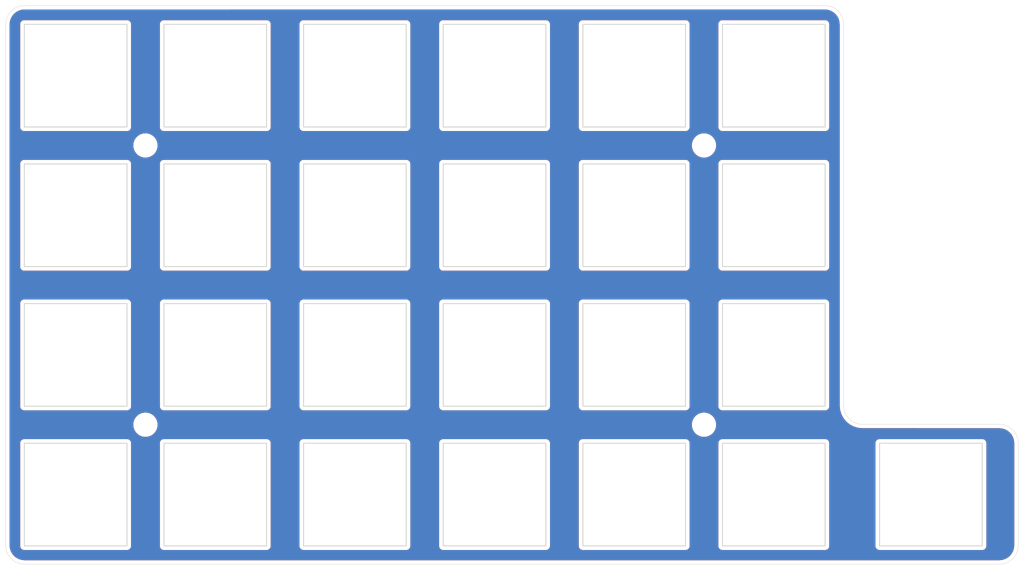
<source format=kicad_pcb>
(kicad_pcb (version 20171130) (host pcbnew "(5.1.10)-1")

  (general
    (thickness 1.6)
    (drawings 120)
    (tracks 0)
    (zones 0)
    (modules 29)
    (nets 1)
  )

  (page A4)
  (layers
    (0 F.Cu signal)
    (31 B.Cu signal)
    (32 B.Adhes user)
    (33 F.Adhes user)
    (34 B.Paste user)
    (35 F.Paste user)
    (36 B.SilkS user)
    (37 F.SilkS user)
    (38 B.Mask user)
    (39 F.Mask user)
    (40 Dwgs.User user hide)
    (41 Cmts.User user)
    (42 Eco1.User user)
    (43 Eco2.User user)
    (44 Edge.Cuts user)
    (45 Margin user)
    (46 B.CrtYd user)
    (47 F.CrtYd user)
    (48 B.Fab user)
    (49 F.Fab user)
  )

  (setup
    (last_trace_width 0.25)
    (trace_clearance 0.2)
    (zone_clearance 0.508)
    (zone_45_only no)
    (trace_min 0.2)
    (via_size 0.8)
    (via_drill 0.4)
    (via_min_size 0.4)
    (via_min_drill 0.3)
    (uvia_size 0.3)
    (uvia_drill 0.1)
    (uvias_allowed no)
    (uvia_min_size 0.2)
    (uvia_min_drill 0.1)
    (edge_width 0.05)
    (segment_width 0.2)
    (pcb_text_width 0.3)
    (pcb_text_size 1.5 1.5)
    (mod_edge_width 0.12)
    (mod_text_size 1 1)
    (mod_text_width 0.15)
    (pad_size 1.524 1.524)
    (pad_drill 0.762)
    (pad_to_mask_clearance 0)
    (aux_axis_origin 0 0)
    (visible_elements 7FFFFFFF)
    (pcbplotparams
      (layerselection 0x3ffff_ffffffff)
      (usegerberextensions false)
      (usegerberattributes true)
      (usegerberadvancedattributes true)
      (creategerberjobfile true)
      (excludeedgelayer true)
      (linewidth 0.100000)
      (plotframeref false)
      (viasonmask false)
      (mode 1)
      (useauxorigin false)
      (hpglpennumber 1)
      (hpglpenspeed 20)
      (hpglpendiameter 15.000000)
      (psnegative false)
      (psa4output false)
      (plotreference true)
      (plotvalue true)
      (plotinvisibletext false)
      (padsonsilk false)
      (subtractmaskfromsilk false)
      (outputformat 1)
      (mirror false)
      (drillshape 0)
      (scaleselection 1)
      (outputdirectory "../LihisPlateGerb/"))
  )

  (net 0 "")

  (net_class Default "This is the default net class."
    (clearance 0.2)
    (trace_width 0.25)
    (via_dia 0.8)
    (via_drill 0.4)
    (uvia_dia 0.3)
    (uvia_drill 0.1)
  )

  (module kbd:SW_Hole (layer F.Cu) (tedit 5F1B7F65) (tstamp 627BBA5A)
    (at 138.90625 121.44375)
    (fp_text reference SW2 (at 7 8.1) (layer F.SilkS) hide
      (effects (font (size 1 1) (thickness 0.15)))
    )
    (fp_text value KEY_SWITCH (at -7.4 -8.1) (layer F.Fab) hide
      (effects (font (size 1 1) (thickness 0.15)))
    )
    (fp_line (start 7 -7) (end -7 -7) (layer Edge.Cuts) (width 0.12))
    (fp_line (start 7 7) (end 7 -7) (layer Edge.Cuts) (width 0.12))
    (fp_line (start -7 7) (end 7 7) (layer Edge.Cuts) (width 0.12))
    (fp_line (start -7 -7) (end -7 7) (layer Edge.Cuts) (width 0.12))
    (fp_line (start 9.525 -9.525) (end -9.525 -9.525) (layer F.Fab) (width 0.15))
    (fp_line (start -9.525 -9.525) (end -9.525 9.525) (layer F.Fab) (width 0.15))
    (fp_line (start -9.525 9.525) (end 9.525 9.525) (layer F.Fab) (width 0.15))
    (fp_line (start 9.525 9.525) (end 9.525 -9.525) (layer F.Fab) (width 0.15))
  )

  (module kbd:SW_Hole (layer F.Cu) (tedit 5F1B7F65) (tstamp 627BCF7A)
    (at 198.4375 121.44375)
    (fp_text reference SW2 (at 7 8.1) (layer F.SilkS) hide
      (effects (font (size 1 1) (thickness 0.15)))
    )
    (fp_text value KEY_SWITCH (at -7.4 -8.1) (layer F.Fab) hide
      (effects (font (size 1 1) (thickness 0.15)))
    )
    (fp_line (start 7 -7) (end -7 -7) (layer Edge.Cuts) (width 0.12))
    (fp_line (start 7 7) (end 7 -7) (layer Edge.Cuts) (width 0.12))
    (fp_line (start -7 7) (end 7 7) (layer Edge.Cuts) (width 0.12))
    (fp_line (start -7 -7) (end -7 7) (layer Edge.Cuts) (width 0.12))
    (fp_line (start 9.525 -9.525) (end -9.525 -9.525) (layer F.Fab) (width 0.15))
    (fp_line (start -9.525 -9.525) (end -9.525 9.525) (layer F.Fab) (width 0.15))
    (fp_line (start -9.525 9.525) (end 9.525 9.525) (layer F.Fab) (width 0.15))
    (fp_line (start 9.525 9.525) (end 9.525 -9.525) (layer F.Fab) (width 0.15))
  )

  (module kbd:SW_Hole (layer F.Cu) (tedit 5F1B7F65) (tstamp 627BCF7A)
    (at 81.75625 121.44375)
    (fp_text reference SW2 (at 7 8.1) (layer F.SilkS) hide
      (effects (font (size 1 1) (thickness 0.15)))
    )
    (fp_text value KEY_SWITCH (at -7.4 -8.1) (layer F.Fab) hide
      (effects (font (size 1 1) (thickness 0.15)))
    )
    (fp_line (start 7 -7) (end -7 -7) (layer Edge.Cuts) (width 0.12))
    (fp_line (start 7 7) (end 7 -7) (layer Edge.Cuts) (width 0.12))
    (fp_line (start -7 7) (end 7 7) (layer Edge.Cuts) (width 0.12))
    (fp_line (start -7 -7) (end -7 7) (layer Edge.Cuts) (width 0.12))
    (fp_line (start 9.525 -9.525) (end -9.525 -9.525) (layer F.Fab) (width 0.15))
    (fp_line (start -9.525 -9.525) (end -9.525 9.525) (layer F.Fab) (width 0.15))
    (fp_line (start -9.525 9.525) (end 9.525 9.525) (layer F.Fab) (width 0.15))
    (fp_line (start 9.525 9.525) (end 9.525 -9.525) (layer F.Fab) (width 0.15))
  )

  (module kbd:SW_Hole (layer F.Cu) (tedit 5F1B7F65) (tstamp 627BCF7A)
    (at 100.80625 121.44375)
    (fp_text reference SW2 (at 7 8.1) (layer F.SilkS) hide
      (effects (font (size 1 1) (thickness 0.15)))
    )
    (fp_text value KEY_SWITCH (at -7.4 -8.1) (layer F.Fab) hide
      (effects (font (size 1 1) (thickness 0.15)))
    )
    (fp_line (start 7 -7) (end -7 -7) (layer Edge.Cuts) (width 0.12))
    (fp_line (start 7 7) (end 7 -7) (layer Edge.Cuts) (width 0.12))
    (fp_line (start -7 7) (end 7 7) (layer Edge.Cuts) (width 0.12))
    (fp_line (start -7 -7) (end -7 7) (layer Edge.Cuts) (width 0.12))
    (fp_line (start 9.525 -9.525) (end -9.525 -9.525) (layer F.Fab) (width 0.15))
    (fp_line (start -9.525 -9.525) (end -9.525 9.525) (layer F.Fab) (width 0.15))
    (fp_line (start -9.525 9.525) (end 9.525 9.525) (layer F.Fab) (width 0.15))
    (fp_line (start 9.525 9.525) (end 9.525 -9.525) (layer F.Fab) (width 0.15))
  )

  (module kbd:SW_Hole (layer F.Cu) (tedit 5F1B7F65) (tstamp 627BBA38)
    (at 119.85625 121.44375)
    (fp_text reference SW2 (at 7 8.1) (layer F.SilkS) hide
      (effects (font (size 1 1) (thickness 0.15)))
    )
    (fp_text value KEY_SWITCH (at -7.4 -8.1) (layer F.Fab) hide
      (effects (font (size 1 1) (thickness 0.15)))
    )
    (fp_line (start 7 -7) (end -7 -7) (layer Edge.Cuts) (width 0.12))
    (fp_line (start 7 7) (end 7 -7) (layer Edge.Cuts) (width 0.12))
    (fp_line (start -7 7) (end 7 7) (layer Edge.Cuts) (width 0.12))
    (fp_line (start -7 -7) (end -7 7) (layer Edge.Cuts) (width 0.12))
    (fp_line (start 9.525 -9.525) (end -9.525 -9.525) (layer F.Fab) (width 0.15))
    (fp_line (start -9.525 -9.525) (end -9.525 9.525) (layer F.Fab) (width 0.15))
    (fp_line (start -9.525 9.525) (end 9.525 9.525) (layer F.Fab) (width 0.15))
    (fp_line (start 9.525 9.525) (end 9.525 -9.525) (layer F.Fab) (width 0.15))
  )

  (module kbd:SW_Hole (layer F.Cu) (tedit 5F1B7F65) (tstamp 627BCF7A)
    (at 157.95625 121.44375)
    (fp_text reference SW2 (at 7 8.1) (layer F.SilkS) hide
      (effects (font (size 1 1) (thickness 0.15)))
    )
    (fp_text value KEY_SWITCH (at -7.4 -8.1) (layer F.Fab) hide
      (effects (font (size 1 1) (thickness 0.15)))
    )
    (fp_line (start 7 -7) (end -7 -7) (layer Edge.Cuts) (width 0.12))
    (fp_line (start 7 7) (end 7 -7) (layer Edge.Cuts) (width 0.12))
    (fp_line (start -7 7) (end 7 7) (layer Edge.Cuts) (width 0.12))
    (fp_line (start -7 -7) (end -7 7) (layer Edge.Cuts) (width 0.12))
    (fp_line (start 9.525 -9.525) (end -9.525 -9.525) (layer F.Fab) (width 0.15))
    (fp_line (start -9.525 -9.525) (end -9.525 9.525) (layer F.Fab) (width 0.15))
    (fp_line (start -9.525 9.525) (end 9.525 9.525) (layer F.Fab) (width 0.15))
    (fp_line (start 9.525 9.525) (end 9.525 -9.525) (layer F.Fab) (width 0.15))
  )

  (module kbd:SW_Hole (layer F.Cu) (tedit 5F1B7F65) (tstamp 627BCF7A)
    (at 177.00625 121.44375)
    (fp_text reference SW2 (at 7 8.1) (layer F.SilkS) hide
      (effects (font (size 1 1) (thickness 0.15)))
    )
    (fp_text value KEY_SWITCH (at -7.4 -8.1) (layer F.Fab) hide
      (effects (font (size 1 1) (thickness 0.15)))
    )
    (fp_line (start 7 -7) (end -7 -7) (layer Edge.Cuts) (width 0.12))
    (fp_line (start 7 7) (end 7 -7) (layer Edge.Cuts) (width 0.12))
    (fp_line (start -7 7) (end 7 7) (layer Edge.Cuts) (width 0.12))
    (fp_line (start -7 -7) (end -7 7) (layer Edge.Cuts) (width 0.12))
    (fp_line (start 9.525 -9.525) (end -9.525 -9.525) (layer F.Fab) (width 0.15))
    (fp_line (start -9.525 -9.525) (end -9.525 9.525) (layer F.Fab) (width 0.15))
    (fp_line (start -9.525 9.525) (end 9.525 9.525) (layer F.Fab) (width 0.15))
    (fp_line (start 9.525 9.525) (end 9.525 -9.525) (layer F.Fab) (width 0.15))
  )

  (module kbd:SW_Hole (layer F.Cu) (tedit 5F1B7F65) (tstamp 627BCF7A)
    (at 177.00625 102.39375)
    (fp_text reference SW2 (at 7 8.1) (layer F.SilkS) hide
      (effects (font (size 1 1) (thickness 0.15)))
    )
    (fp_text value KEY_SWITCH (at -7.4 -8.1) (layer F.Fab) hide
      (effects (font (size 1 1) (thickness 0.15)))
    )
    (fp_line (start 7 -7) (end -7 -7) (layer Edge.Cuts) (width 0.12))
    (fp_line (start 7 7) (end 7 -7) (layer Edge.Cuts) (width 0.12))
    (fp_line (start -7 7) (end 7 7) (layer Edge.Cuts) (width 0.12))
    (fp_line (start -7 -7) (end -7 7) (layer Edge.Cuts) (width 0.12))
    (fp_line (start 9.525 -9.525) (end -9.525 -9.525) (layer F.Fab) (width 0.15))
    (fp_line (start -9.525 -9.525) (end -9.525 9.525) (layer F.Fab) (width 0.15))
    (fp_line (start -9.525 9.525) (end 9.525 9.525) (layer F.Fab) (width 0.15))
    (fp_line (start 9.525 9.525) (end 9.525 -9.525) (layer F.Fab) (width 0.15))
  )

  (module kbd:SW_Hole (layer F.Cu) (tedit 5F1B7F65) (tstamp 627BCF7A)
    (at 157.95625 102.39375)
    (fp_text reference SW2 (at 7 8.1) (layer F.SilkS) hide
      (effects (font (size 1 1) (thickness 0.15)))
    )
    (fp_text value KEY_SWITCH (at -7.4 -8.1) (layer F.Fab) hide
      (effects (font (size 1 1) (thickness 0.15)))
    )
    (fp_line (start 7 -7) (end -7 -7) (layer Edge.Cuts) (width 0.12))
    (fp_line (start 7 7) (end 7 -7) (layer Edge.Cuts) (width 0.12))
    (fp_line (start -7 7) (end 7 7) (layer Edge.Cuts) (width 0.12))
    (fp_line (start -7 -7) (end -7 7) (layer Edge.Cuts) (width 0.12))
    (fp_line (start 9.525 -9.525) (end -9.525 -9.525) (layer F.Fab) (width 0.15))
    (fp_line (start -9.525 -9.525) (end -9.525 9.525) (layer F.Fab) (width 0.15))
    (fp_line (start -9.525 9.525) (end 9.525 9.525) (layer F.Fab) (width 0.15))
    (fp_line (start 9.525 9.525) (end 9.525 -9.525) (layer F.Fab) (width 0.15))
  )

  (module kbd:SW_Hole (layer F.Cu) (tedit 5F1B7F65) (tstamp 627BCF7A)
    (at 138.90625 102.39375)
    (fp_text reference SW2 (at 7 8.1) (layer F.SilkS) hide
      (effects (font (size 1 1) (thickness 0.15)))
    )
    (fp_text value KEY_SWITCH (at -7.4 -8.1) (layer F.Fab) hide
      (effects (font (size 1 1) (thickness 0.15)))
    )
    (fp_line (start 7 -7) (end -7 -7) (layer Edge.Cuts) (width 0.12))
    (fp_line (start 7 7) (end 7 -7) (layer Edge.Cuts) (width 0.12))
    (fp_line (start -7 7) (end 7 7) (layer Edge.Cuts) (width 0.12))
    (fp_line (start -7 -7) (end -7 7) (layer Edge.Cuts) (width 0.12))
    (fp_line (start 9.525 -9.525) (end -9.525 -9.525) (layer F.Fab) (width 0.15))
    (fp_line (start -9.525 -9.525) (end -9.525 9.525) (layer F.Fab) (width 0.15))
    (fp_line (start -9.525 9.525) (end 9.525 9.525) (layer F.Fab) (width 0.15))
    (fp_line (start 9.525 9.525) (end 9.525 -9.525) (layer F.Fab) (width 0.15))
  )

  (module kbd:SW_Hole (layer F.Cu) (tedit 5F1B7F65) (tstamp 627BCF7A)
    (at 119.85625 102.39375)
    (fp_text reference SW2 (at 7 8.1) (layer F.SilkS) hide
      (effects (font (size 1 1) (thickness 0.15)))
    )
    (fp_text value KEY_SWITCH (at -7.4 -8.1) (layer F.Fab) hide
      (effects (font (size 1 1) (thickness 0.15)))
    )
    (fp_line (start 7 -7) (end -7 -7) (layer Edge.Cuts) (width 0.12))
    (fp_line (start 7 7) (end 7 -7) (layer Edge.Cuts) (width 0.12))
    (fp_line (start -7 7) (end 7 7) (layer Edge.Cuts) (width 0.12))
    (fp_line (start -7 -7) (end -7 7) (layer Edge.Cuts) (width 0.12))
    (fp_line (start 9.525 -9.525) (end -9.525 -9.525) (layer F.Fab) (width 0.15))
    (fp_line (start -9.525 -9.525) (end -9.525 9.525) (layer F.Fab) (width 0.15))
    (fp_line (start -9.525 9.525) (end 9.525 9.525) (layer F.Fab) (width 0.15))
    (fp_line (start 9.525 9.525) (end 9.525 -9.525) (layer F.Fab) (width 0.15))
  )

  (module kbd:SW_Hole (layer F.Cu) (tedit 5F1B7F65) (tstamp 627BCF7A)
    (at 100.80625 102.39375)
    (fp_text reference SW2 (at 7 8.1) (layer F.SilkS) hide
      (effects (font (size 1 1) (thickness 0.15)))
    )
    (fp_text value KEY_SWITCH (at -7.4 -8.1) (layer F.Fab) hide
      (effects (font (size 1 1) (thickness 0.15)))
    )
    (fp_line (start 7 -7) (end -7 -7) (layer Edge.Cuts) (width 0.12))
    (fp_line (start 7 7) (end 7 -7) (layer Edge.Cuts) (width 0.12))
    (fp_line (start -7 7) (end 7 7) (layer Edge.Cuts) (width 0.12))
    (fp_line (start -7 -7) (end -7 7) (layer Edge.Cuts) (width 0.12))
    (fp_line (start 9.525 -9.525) (end -9.525 -9.525) (layer F.Fab) (width 0.15))
    (fp_line (start -9.525 -9.525) (end -9.525 9.525) (layer F.Fab) (width 0.15))
    (fp_line (start -9.525 9.525) (end 9.525 9.525) (layer F.Fab) (width 0.15))
    (fp_line (start 9.525 9.525) (end 9.525 -9.525) (layer F.Fab) (width 0.15))
  )

  (module kbd:SW_Hole (layer F.Cu) (tedit 5F1B7F65) (tstamp 627BCF7A)
    (at 81.75625 102.39375)
    (fp_text reference SW2 (at 7 8.1) (layer F.SilkS) hide
      (effects (font (size 1 1) (thickness 0.15)))
    )
    (fp_text value KEY_SWITCH (at -7.4 -8.1) (layer F.Fab) hide
      (effects (font (size 1 1) (thickness 0.15)))
    )
    (fp_line (start 7 -7) (end -7 -7) (layer Edge.Cuts) (width 0.12))
    (fp_line (start 7 7) (end 7 -7) (layer Edge.Cuts) (width 0.12))
    (fp_line (start -7 7) (end 7 7) (layer Edge.Cuts) (width 0.12))
    (fp_line (start -7 -7) (end -7 7) (layer Edge.Cuts) (width 0.12))
    (fp_line (start 9.525 -9.525) (end -9.525 -9.525) (layer F.Fab) (width 0.15))
    (fp_line (start -9.525 -9.525) (end -9.525 9.525) (layer F.Fab) (width 0.15))
    (fp_line (start -9.525 9.525) (end 9.525 9.525) (layer F.Fab) (width 0.15))
    (fp_line (start 9.525 9.525) (end 9.525 -9.525) (layer F.Fab) (width 0.15))
  )

  (module kbd:SW_Hole (layer F.Cu) (tedit 5F1B7F65) (tstamp 627BCF7A)
    (at 81.75625 83.34375)
    (fp_text reference SW2 (at 7 8.1) (layer F.SilkS) hide
      (effects (font (size 1 1) (thickness 0.15)))
    )
    (fp_text value KEY_SWITCH (at -7.4 -8.1) (layer F.Fab) hide
      (effects (font (size 1 1) (thickness 0.15)))
    )
    (fp_line (start 7 -7) (end -7 -7) (layer Edge.Cuts) (width 0.12))
    (fp_line (start 7 7) (end 7 -7) (layer Edge.Cuts) (width 0.12))
    (fp_line (start -7 7) (end 7 7) (layer Edge.Cuts) (width 0.12))
    (fp_line (start -7 -7) (end -7 7) (layer Edge.Cuts) (width 0.12))
    (fp_line (start 9.525 -9.525) (end -9.525 -9.525) (layer F.Fab) (width 0.15))
    (fp_line (start -9.525 -9.525) (end -9.525 9.525) (layer F.Fab) (width 0.15))
    (fp_line (start -9.525 9.525) (end 9.525 9.525) (layer F.Fab) (width 0.15))
    (fp_line (start 9.525 9.525) (end 9.525 -9.525) (layer F.Fab) (width 0.15))
  )

  (module kbd:SW_Hole (layer F.Cu) (tedit 5F1B7F65) (tstamp 627BCF7A)
    (at 100.80625 83.34375)
    (fp_text reference SW2 (at 7 8.1) (layer F.SilkS) hide
      (effects (font (size 1 1) (thickness 0.15)))
    )
    (fp_text value KEY_SWITCH (at -7.4 -8.1) (layer F.Fab) hide
      (effects (font (size 1 1) (thickness 0.15)))
    )
    (fp_line (start 7 -7) (end -7 -7) (layer Edge.Cuts) (width 0.12))
    (fp_line (start 7 7) (end 7 -7) (layer Edge.Cuts) (width 0.12))
    (fp_line (start -7 7) (end 7 7) (layer Edge.Cuts) (width 0.12))
    (fp_line (start -7 -7) (end -7 7) (layer Edge.Cuts) (width 0.12))
    (fp_line (start 9.525 -9.525) (end -9.525 -9.525) (layer F.Fab) (width 0.15))
    (fp_line (start -9.525 -9.525) (end -9.525 9.525) (layer F.Fab) (width 0.15))
    (fp_line (start -9.525 9.525) (end 9.525 9.525) (layer F.Fab) (width 0.15))
    (fp_line (start 9.525 9.525) (end 9.525 -9.525) (layer F.Fab) (width 0.15))
  )

  (module kbd:SW_Hole (layer F.Cu) (tedit 5F1B7F65) (tstamp 627BCF7A)
    (at 119.85625 83.34375)
    (fp_text reference SW2 (at 7 8.1) (layer F.SilkS) hide
      (effects (font (size 1 1) (thickness 0.15)))
    )
    (fp_text value KEY_SWITCH (at -7.4 -8.1) (layer F.Fab) hide
      (effects (font (size 1 1) (thickness 0.15)))
    )
    (fp_line (start 7 -7) (end -7 -7) (layer Edge.Cuts) (width 0.12))
    (fp_line (start 7 7) (end 7 -7) (layer Edge.Cuts) (width 0.12))
    (fp_line (start -7 7) (end 7 7) (layer Edge.Cuts) (width 0.12))
    (fp_line (start -7 -7) (end -7 7) (layer Edge.Cuts) (width 0.12))
    (fp_line (start 9.525 -9.525) (end -9.525 -9.525) (layer F.Fab) (width 0.15))
    (fp_line (start -9.525 -9.525) (end -9.525 9.525) (layer F.Fab) (width 0.15))
    (fp_line (start -9.525 9.525) (end 9.525 9.525) (layer F.Fab) (width 0.15))
    (fp_line (start 9.525 9.525) (end 9.525 -9.525) (layer F.Fab) (width 0.15))
  )

  (module kbd:SW_Hole (layer F.Cu) (tedit 5F1B7F65) (tstamp 627BCF7A)
    (at 138.90625 83.34375)
    (fp_text reference SW2 (at 7 8.1) (layer F.SilkS) hide
      (effects (font (size 1 1) (thickness 0.15)))
    )
    (fp_text value KEY_SWITCH (at -7.4 -8.1) (layer F.Fab) hide
      (effects (font (size 1 1) (thickness 0.15)))
    )
    (fp_line (start 7 -7) (end -7 -7) (layer Edge.Cuts) (width 0.12))
    (fp_line (start 7 7) (end 7 -7) (layer Edge.Cuts) (width 0.12))
    (fp_line (start -7 7) (end 7 7) (layer Edge.Cuts) (width 0.12))
    (fp_line (start -7 -7) (end -7 7) (layer Edge.Cuts) (width 0.12))
    (fp_line (start 9.525 -9.525) (end -9.525 -9.525) (layer F.Fab) (width 0.15))
    (fp_line (start -9.525 -9.525) (end -9.525 9.525) (layer F.Fab) (width 0.15))
    (fp_line (start -9.525 9.525) (end 9.525 9.525) (layer F.Fab) (width 0.15))
    (fp_line (start 9.525 9.525) (end 9.525 -9.525) (layer F.Fab) (width 0.15))
  )

  (module kbd:SW_Hole (layer F.Cu) (tedit 5F1B7F65) (tstamp 627BCF7A)
    (at 157.95625 83.34375)
    (fp_text reference SW2 (at 7 8.1) (layer F.SilkS) hide
      (effects (font (size 1 1) (thickness 0.15)))
    )
    (fp_text value KEY_SWITCH (at -7.4 -8.1) (layer F.Fab) hide
      (effects (font (size 1 1) (thickness 0.15)))
    )
    (fp_line (start 7 -7) (end -7 -7) (layer Edge.Cuts) (width 0.12))
    (fp_line (start 7 7) (end 7 -7) (layer Edge.Cuts) (width 0.12))
    (fp_line (start -7 7) (end 7 7) (layer Edge.Cuts) (width 0.12))
    (fp_line (start -7 -7) (end -7 7) (layer Edge.Cuts) (width 0.12))
    (fp_line (start 9.525 -9.525) (end -9.525 -9.525) (layer F.Fab) (width 0.15))
    (fp_line (start -9.525 -9.525) (end -9.525 9.525) (layer F.Fab) (width 0.15))
    (fp_line (start -9.525 9.525) (end 9.525 9.525) (layer F.Fab) (width 0.15))
    (fp_line (start 9.525 9.525) (end 9.525 -9.525) (layer F.Fab) (width 0.15))
  )

  (module kbd:SW_Hole (layer F.Cu) (tedit 5F1B7F65) (tstamp 627BCF7A)
    (at 177.00625 83.34375)
    (fp_text reference SW2 (at 7 8.1) (layer F.SilkS) hide
      (effects (font (size 1 1) (thickness 0.15)))
    )
    (fp_text value KEY_SWITCH (at -7.4 -8.1) (layer F.Fab) hide
      (effects (font (size 1 1) (thickness 0.15)))
    )
    (fp_line (start 7 -7) (end -7 -7) (layer Edge.Cuts) (width 0.12))
    (fp_line (start 7 7) (end 7 -7) (layer Edge.Cuts) (width 0.12))
    (fp_line (start -7 7) (end 7 7) (layer Edge.Cuts) (width 0.12))
    (fp_line (start -7 -7) (end -7 7) (layer Edge.Cuts) (width 0.12))
    (fp_line (start 9.525 -9.525) (end -9.525 -9.525) (layer F.Fab) (width 0.15))
    (fp_line (start -9.525 -9.525) (end -9.525 9.525) (layer F.Fab) (width 0.15))
    (fp_line (start -9.525 9.525) (end 9.525 9.525) (layer F.Fab) (width 0.15))
    (fp_line (start 9.525 9.525) (end 9.525 -9.525) (layer F.Fab) (width 0.15))
  )

  (module kbd:SW_Hole (layer F.Cu) (tedit 5F1B7F65) (tstamp 627BCF7A)
    (at 177.00625 64.29375)
    (fp_text reference SW2 (at 7 8.1) (layer F.SilkS) hide
      (effects (font (size 1 1) (thickness 0.15)))
    )
    (fp_text value KEY_SWITCH (at -7.4 -8.1) (layer F.Fab) hide
      (effects (font (size 1 1) (thickness 0.15)))
    )
    (fp_line (start 7 -7) (end -7 -7) (layer Edge.Cuts) (width 0.12))
    (fp_line (start 7 7) (end 7 -7) (layer Edge.Cuts) (width 0.12))
    (fp_line (start -7 7) (end 7 7) (layer Edge.Cuts) (width 0.12))
    (fp_line (start -7 -7) (end -7 7) (layer Edge.Cuts) (width 0.12))
    (fp_line (start 9.525 -9.525) (end -9.525 -9.525) (layer F.Fab) (width 0.15))
    (fp_line (start -9.525 -9.525) (end -9.525 9.525) (layer F.Fab) (width 0.15))
    (fp_line (start -9.525 9.525) (end 9.525 9.525) (layer F.Fab) (width 0.15))
    (fp_line (start 9.525 9.525) (end 9.525 -9.525) (layer F.Fab) (width 0.15))
  )

  (module kbd:SW_Hole (layer F.Cu) (tedit 5F1B7F65) (tstamp 627BCF7A)
    (at 157.95625 64.29375)
    (fp_text reference SW2 (at 7 8.1) (layer F.SilkS) hide
      (effects (font (size 1 1) (thickness 0.15)))
    )
    (fp_text value KEY_SWITCH (at -7.4 -8.1) (layer F.Fab) hide
      (effects (font (size 1 1) (thickness 0.15)))
    )
    (fp_line (start 7 -7) (end -7 -7) (layer Edge.Cuts) (width 0.12))
    (fp_line (start 7 7) (end 7 -7) (layer Edge.Cuts) (width 0.12))
    (fp_line (start -7 7) (end 7 7) (layer Edge.Cuts) (width 0.12))
    (fp_line (start -7 -7) (end -7 7) (layer Edge.Cuts) (width 0.12))
    (fp_line (start 9.525 -9.525) (end -9.525 -9.525) (layer F.Fab) (width 0.15))
    (fp_line (start -9.525 -9.525) (end -9.525 9.525) (layer F.Fab) (width 0.15))
    (fp_line (start -9.525 9.525) (end 9.525 9.525) (layer F.Fab) (width 0.15))
    (fp_line (start 9.525 9.525) (end 9.525 -9.525) (layer F.Fab) (width 0.15))
  )

  (module kbd:SW_Hole (layer F.Cu) (tedit 5F1B7F65) (tstamp 627BCF7A)
    (at 138.90625 64.29375)
    (fp_text reference SW2 (at 7 8.1) (layer F.SilkS) hide
      (effects (font (size 1 1) (thickness 0.15)))
    )
    (fp_text value KEY_SWITCH (at -7.4 -8.1) (layer F.Fab) hide
      (effects (font (size 1 1) (thickness 0.15)))
    )
    (fp_line (start 7 -7) (end -7 -7) (layer Edge.Cuts) (width 0.12))
    (fp_line (start 7 7) (end 7 -7) (layer Edge.Cuts) (width 0.12))
    (fp_line (start -7 7) (end 7 7) (layer Edge.Cuts) (width 0.12))
    (fp_line (start -7 -7) (end -7 7) (layer Edge.Cuts) (width 0.12))
    (fp_line (start 9.525 -9.525) (end -9.525 -9.525) (layer F.Fab) (width 0.15))
    (fp_line (start -9.525 -9.525) (end -9.525 9.525) (layer F.Fab) (width 0.15))
    (fp_line (start -9.525 9.525) (end 9.525 9.525) (layer F.Fab) (width 0.15))
    (fp_line (start 9.525 9.525) (end 9.525 -9.525) (layer F.Fab) (width 0.15))
  )

  (module kbd:SW_Hole (layer F.Cu) (tedit 5F1B7F65) (tstamp 627BCF7A)
    (at 119.85625 64.29375)
    (fp_text reference SW2 (at 7 8.1) (layer F.SilkS) hide
      (effects (font (size 1 1) (thickness 0.15)))
    )
    (fp_text value KEY_SWITCH (at -7.4 -8.1) (layer F.Fab) hide
      (effects (font (size 1 1) (thickness 0.15)))
    )
    (fp_line (start 7 -7) (end -7 -7) (layer Edge.Cuts) (width 0.12))
    (fp_line (start 7 7) (end 7 -7) (layer Edge.Cuts) (width 0.12))
    (fp_line (start -7 7) (end 7 7) (layer Edge.Cuts) (width 0.12))
    (fp_line (start -7 -7) (end -7 7) (layer Edge.Cuts) (width 0.12))
    (fp_line (start 9.525 -9.525) (end -9.525 -9.525) (layer F.Fab) (width 0.15))
    (fp_line (start -9.525 -9.525) (end -9.525 9.525) (layer F.Fab) (width 0.15))
    (fp_line (start -9.525 9.525) (end 9.525 9.525) (layer F.Fab) (width 0.15))
    (fp_line (start 9.525 9.525) (end 9.525 -9.525) (layer F.Fab) (width 0.15))
  )

  (module kbd:SW_Hole (layer F.Cu) (tedit 5F1B7F65) (tstamp 627BCF7A)
    (at 100.80625 64.29375)
    (fp_text reference SW2 (at 7 8.1) (layer F.SilkS) hide
      (effects (font (size 1 1) (thickness 0.15)))
    )
    (fp_text value KEY_SWITCH (at -7.4 -8.1) (layer F.Fab) hide
      (effects (font (size 1 1) (thickness 0.15)))
    )
    (fp_line (start 7 -7) (end -7 -7) (layer Edge.Cuts) (width 0.12))
    (fp_line (start 7 7) (end 7 -7) (layer Edge.Cuts) (width 0.12))
    (fp_line (start -7 7) (end 7 7) (layer Edge.Cuts) (width 0.12))
    (fp_line (start -7 -7) (end -7 7) (layer Edge.Cuts) (width 0.12))
    (fp_line (start 9.525 -9.525) (end -9.525 -9.525) (layer F.Fab) (width 0.15))
    (fp_line (start -9.525 -9.525) (end -9.525 9.525) (layer F.Fab) (width 0.15))
    (fp_line (start -9.525 9.525) (end 9.525 9.525) (layer F.Fab) (width 0.15))
    (fp_line (start 9.525 9.525) (end 9.525 -9.525) (layer F.Fab) (width 0.15))
  )

  (module kbd:SW_Hole (layer F.Cu) (tedit 5F1B7F65) (tstamp 627BAD89)
    (at 81.75625 64.29375)
    (fp_text reference SW2 (at 7 8.1) (layer F.SilkS) hide
      (effects (font (size 1 1) (thickness 0.15)))
    )
    (fp_text value KEY_SWITCH (at -7.4 -8.1) (layer F.Fab) hide
      (effects (font (size 1 1) (thickness 0.15)))
    )
    (fp_line (start 7 -7) (end -7 -7) (layer Edge.Cuts) (width 0.12))
    (fp_line (start 7 7) (end 7 -7) (layer Edge.Cuts) (width 0.12))
    (fp_line (start -7 7) (end 7 7) (layer Edge.Cuts) (width 0.12))
    (fp_line (start -7 -7) (end -7 7) (layer Edge.Cuts) (width 0.12))
    (fp_line (start 9.525 -9.525) (end -9.525 -9.525) (layer F.Fab) (width 0.15))
    (fp_line (start -9.525 -9.525) (end -9.525 9.525) (layer F.Fab) (width 0.15))
    (fp_line (start -9.525 9.525) (end 9.525 9.525) (layer F.Fab) (width 0.15))
    (fp_line (start 9.525 9.525) (end 9.525 -9.525) (layer F.Fab) (width 0.15))
  )

  (module kbd:thread_m2 (layer F.Cu) (tedit 5F8C61BB) (tstamp 627BB7BD)
    (at 167.48125 111.91875)
    (descr "Mounting Hole 2.2mm, no annular, M2")
    (tags "mounting hole 2.2mm no annular m2")
    (attr virtual)
    (fp_text reference Ref** (at -0.95 -0.55) (layer F.Fab) hide
      (effects (font (size 1 1) (thickness 0.15)))
    )
    (fp_text value Val** (at 0 0.55) (layer F.Fab) hide
      (effects (font (size 1 1) (thickness 0.15)))
    )
    (pad "" np_thru_hole circle (at 0 0) (size 2.3 2.3) (drill 2.3) (layers *.Cu *.Mask))
  )

  (module kbd:thread_m2 (layer F.Cu) (tedit 5F8C61BB) (tstamp 627BB7BD)
    (at 91.28125 111.91875)
    (descr "Mounting Hole 2.2mm, no annular, M2")
    (tags "mounting hole 2.2mm no annular m2")
    (attr virtual)
    (fp_text reference Ref** (at -0.95 -0.55) (layer F.Fab) hide
      (effects (font (size 1 1) (thickness 0.15)))
    )
    (fp_text value Val** (at 0 0.55) (layer F.Fab) hide
      (effects (font (size 1 1) (thickness 0.15)))
    )
    (pad "" np_thru_hole circle (at 0 0) (size 2.3 2.3) (drill 2.3) (layers *.Cu *.Mask))
  )

  (module kbd:thread_m2 (layer F.Cu) (tedit 5F8C61BB) (tstamp 627BB7BD)
    (at 167.48125 73.81875)
    (descr "Mounting Hole 2.2mm, no annular, M2")
    (tags "mounting hole 2.2mm no annular m2")
    (attr virtual)
    (fp_text reference Ref** (at -0.95 -0.55) (layer F.Fab) hide
      (effects (font (size 1 1) (thickness 0.15)))
    )
    (fp_text value Val** (at 0 0.55) (layer F.Fab) hide
      (effects (font (size 1 1) (thickness 0.15)))
    )
    (pad "" np_thru_hole circle (at 0 0) (size 2.3 2.3) (drill 2.3) (layers *.Cu *.Mask))
  )

  (module kbd:thread_m2 (layer F.Cu) (tedit 5F8C61BB) (tstamp 627BB50F)
    (at 91.28125 73.81875)
    (descr "Mounting Hole 2.2mm, no annular, M2")
    (tags "mounting hole 2.2mm no annular m2")
    (attr virtual)
    (fp_text reference Ref** (at -0.95 -0.55) (layer F.Fab) hide
      (effects (font (size 1 1) (thickness 0.15)))
    )
    (fp_text value Val** (at 0 0.55) (layer F.Fab) hide
      (effects (font (size 1 1) (thickness 0.15)))
    )
    (pad "" np_thru_hole circle (at 0 0) (size 2.3 2.3) (drill 2.3) (layers *.Cu *.Mask))
  )

  (gr_line (start 210.339698 128.376172) (end 210.339698 114.42192) (layer Edge.Cuts) (width 0.05) (tstamp 627BC700))
  (gr_line (start 88.0025 130.93625) (end 207.77962 130.93625) (layer Edge.Cuts) (width 0.05) (tstamp 627BC6F6))
  (gr_line (start 183.964822 54.734702) (end 74.8725 54.73625) (layer Edge.Cuts) (width 0.05) (tstamp 627BC6F5))
  (gr_line (start 186.5249 57.29478) (end 186.5249 109.30128) (layer Edge.Cuts) (width 0.05) (tstamp 627BC6F3))
  (gr_line (start 196.799884 111.861842) (end 189.084978 111.861358) (layer Edge.Cuts) (width 0.05) (tstamp 627BC6E9))
  (gr_arc (start 189.084978 109.30128) (end 186.5249 109.30128) (angle -90) (layer Edge.Cuts) (width 0.05) (tstamp 627BC6DB))
  (gr_line (start 196.799884 111.861842) (end 207.779862 111.861842) (layer Edge.Cuts) (width 0.05))
  (dimension 2.54 (width 0.15) (layer Dwgs.User)
    (gr_text "2.540 mm" (at 185.2549 105.55684) (layer Dwgs.User)
      (effects (font (size 1 1) (thickness 0.15)))
    )
    (feature1 (pts (xy 186.5249 101.10724) (xy 186.5249 104.843261)))
    (feature2 (pts (xy 183.9849 101.10724) (xy 183.9849 104.843261)))
    (crossbar (pts (xy 183.9849 104.25684) (xy 186.5249 104.25684)))
    (arrow1a (pts (xy 186.5249 104.25684) (xy 185.398396 104.843261)))
    (arrow1b (pts (xy 186.5249 104.25684) (xy 185.398396 103.670419)))
    (arrow2a (pts (xy 183.9849 104.25684) (xy 185.111404 104.843261)))
    (arrow2b (pts (xy 183.9849 104.25684) (xy 185.111404 103.670419)))
  )
  (gr_arc (start 207.779862 114.42192) (end 210.33994 114.42192) (angle -90) (layer Edge.Cuts) (width 0.05) (tstamp 627BC6B8))
  (gr_line (start 93.7864 128.41266) (end 93.7864 114.4132) (layer Dwgs.User) (width 0.2) (tstamp 627BA96D))
  (gr_line (start 88.7359 128.41266) (end 74.73635 128.41266) (layer Dwgs.User) (width 0.2) (tstamp 627BA976))
  (gr_line (start 112.8364 57.2632) (end 126.8357 57.2632) (layer Dwgs.User) (width 0.2) (tstamp 627BA975))
  (gr_line (start 183.9857 90.3125) (end 169.985 90.3125) (layer Dwgs.User) (width 0.2) (tstamp 627BA974))
  (gr_line (start 145.8857 71.2625) (end 131.8864 71.2625) (layer Dwgs.User) (width 0.2) (tstamp 627BA973))
  (gr_line (start 210.3247 130.938607) (end 72.211784 130.938607) (layer Dwgs.User) (width 0.2) (tstamp 627BA972))
  (gr_line (start 150.9364 71.2625) (end 150.9364 57.2632) (layer Dwgs.User) (width 0.2) (tstamp 627BA971))
  (gr_line (start 74.73635 114.4132) (end 88.7359 114.4132) (layer Dwgs.User) (width 0.2) (tstamp 627BA970))
  (gr_line (start 107.7857 114.4132) (end 107.7857 128.41266) (layer Dwgs.User) (width 0.2) (tstamp 627BA96F))
  (gr_line (start 107.7857 128.41266) (end 93.7864 128.41266) (layer Dwgs.User) (width 0.2) (tstamp 627BA96E))
  (gr_line (start 126.8357 57.2632) (end 126.8357 71.2625) (layer Dwgs.User) (width 0.2) (tstamp 627BA96C))
  (gr_line (start 88.7359 114.4132) (end 88.7359 128.41266) (layer Dwgs.User) (width 0.2) (tstamp 627BA96B))
  (gr_line (start 169.985 76.3132) (end 183.9857 76.3132) (layer Dwgs.User) (width 0.2) (tstamp 627BA96A))
  (gr_line (start 88.7359 71.2625) (end 74.73635 71.2625) (layer Dwgs.User) (width 0.2) (tstamp 627BA969))
  (gr_line (start 112.8364 71.2625) (end 112.8364 57.2632) (layer Dwgs.User) (width 0.2) (tstamp 627BA968))
  (gr_line (start 183.9857 76.3132) (end 183.9857 90.3125) (layer Dwgs.User) (width 0.2) (tstamp 627BA967))
  (gr_line (start 93.7864 114.4132) (end 107.7857 114.4132) (layer Dwgs.User) (width 0.2) (tstamp 627BA966))
  (gr_line (start 164.9357 71.2625) (end 150.9364 71.2625) (layer Dwgs.User) (width 0.2) (tstamp 627BA965))
  (gr_line (start 131.8864 57.2632) (end 145.8857 57.2632) (layer Dwgs.User) (width 0.2) (tstamp 627BA964))
  (gr_line (start 164.9357 57.2632) (end 164.9357 71.2625) (layer Dwgs.User) (width 0.2) (tstamp 627BA963))
  (gr_line (start 107.7857 57.2632) (end 107.7857 71.2625) (layer Dwgs.User) (width 0.2) (tstamp 627BA962))
  (gr_line (start 131.8864 71.2625) (end 131.8864 57.2632) (layer Dwgs.User) (width 0.2) (tstamp 627BA961))
  (gr_line (start 107.7857 71.2625) (end 93.7864 71.2625) (layer Dwgs.User) (width 0.2) (tstamp 627BA960))
  (gr_line (start 131.8864 128.41266) (end 131.8864 114.4132) (layer Dwgs.User) (width 0.2) (tstamp 627BA95F))
  (gr_line (start 131.8864 114.4132) (end 145.8857 114.4132) (layer Dwgs.User) (width 0.2) (tstamp 627BA95E))
  (gr_line (start 164.9357 95.3633) (end 164.9357 109.3627) (layer Dwgs.User) (width 0.2) (tstamp 627BA95D))
  (gr_line (start 169.985 95.3633) (end 183.9857 95.3633) (layer Dwgs.User) (width 0.2) (tstamp 627BA95C))
  (gr_line (start 112.8364 114.4132) (end 126.8357 114.4132) (layer Dwgs.User) (width 0.2) (tstamp 627BA95B))
  (gr_line (start 74.73635 128.41266) (end 74.73635 114.4132) (layer Dwgs.User) (width 0.2) (tstamp 627BA95A))
  (gr_line (start 145.8857 109.3627) (end 131.8864 109.3627) (layer Dwgs.User) (width 0.2) (tstamp 627BA959))
  (gr_line (start 126.8357 114.4132) (end 126.8357 128.41266) (layer Dwgs.User) (width 0.2) (tstamp 627BA958))
  (gr_line (start 72.211784 130.938607) (end 72.211784 54.7388) (layer Dwgs.User) (width 0.2) (tstamp 627BA957))
  (gr_line (start 126.8357 128.41266) (end 112.8364 128.41266) (layer Dwgs.User) (width 0.2) (tstamp 627BA956))
  (gr_line (start 93.7864 76.3132) (end 107.7857 76.3132) (layer Dwgs.User) (width 0.2) (tstamp 627BA955))
  (gr_line (start 112.8364 128.41266) (end 112.8364 114.4132) (layer Dwgs.User) (width 0.2) (tstamp 627BA954))
  (gr_line (start 88.7359 109.3627) (end 74.73635 109.3627) (layer Dwgs.User) (width 0.2) (tstamp 627BA953))
  (gr_line (start 88.7359 76.3132) (end 88.7359 90.3125) (layer Dwgs.User) (width 0.2) (tstamp 627BA952))
  (gr_line (start 72.211784 54.7388) (end 210.3247 54.7388) (layer Dwgs.User) (width 0.2) (tstamp 627BA951))
  (gr_line (start 210.3247 54.7388) (end 210.3247 130.938607) (layer Dwgs.User) (width 0.2) (tstamp 627BA950))
  (gr_line (start 74.73635 109.3627) (end 74.73635 95.3633) (layer Dwgs.User) (width 0.2) (tstamp 627BA94F))
  (gr_line (start 183.9857 128.41266) (end 169.985 128.41266) (layer Dwgs.User) (width 0.2) (tstamp 627BA94E))
  (gr_line (start 112.8364 109.3627) (end 112.8364 95.3633) (layer Dwgs.User) (width 0.2) (tstamp 627BA94D))
  (gr_line (start 169.985 109.3627) (end 169.985 95.3633) (layer Dwgs.User) (width 0.2) (tstamp 627BA94C))
  (gr_line (start 107.7857 109.3627) (end 93.7864 109.3627) (layer Dwgs.User) (width 0.2) (tstamp 627BA94B))
  (gr_line (start 205.4167 128.41266) (end 191.4177 128.41266) (layer Dwgs.User) (width 0.2) (tstamp 627BA94A))
  (gr_line (start 164.9357 109.3627) (end 150.9364 109.3627) (layer Dwgs.User) (width 0.2) (tstamp 627BA949))
  (gr_line (start 150.9364 114.4132) (end 164.9357 114.4132) (layer Dwgs.User) (width 0.2) (tstamp 627BA948))
  (gr_line (start 191.4177 128.41266) (end 191.4177 114.4132) (layer Dwgs.User) (width 0.2) (tstamp 627BA947))
  (gr_line (start 191.4177 114.4132) (end 205.4167 114.4132) (layer Dwgs.User) (width 0.2) (tstamp 627BA946))
  (gr_line (start 107.7857 76.3132) (end 107.7857 90.3125) (layer Dwgs.User) (width 0.2) (tstamp 627BA945))
  (gr_line (start 126.8357 95.3633) (end 126.8357 109.3627) (layer Dwgs.User) (width 0.2) (tstamp 627BA944))
  (gr_line (start 74.73635 90.3125) (end 74.73635 76.3132) (layer Dwgs.User) (width 0.2) (tstamp 627BA943))
  (gr_line (start 150.9364 109.3627) (end 150.9364 95.3633) (layer Dwgs.User) (width 0.2) (tstamp 627BA942))
  (gr_line (start 88.7359 90.3125) (end 74.73635 90.3125) (layer Dwgs.User) (width 0.2) (tstamp 627BA941))
  (gr_line (start 93.7864 90.3125) (end 93.7864 76.3132) (layer Dwgs.User) (width 0.2) (tstamp 627BA940))
  (gr_line (start 107.7857 90.3125) (end 93.7864 90.3125) (layer Dwgs.User) (width 0.2) (tstamp 627BA93F))
  (gr_line (start 164.9357 128.41266) (end 150.9364 128.41266) (layer Dwgs.User) (width 0.2) (tstamp 627BA93E))
  (gr_line (start 107.7857 95.3633) (end 107.7857 109.3627) (layer Dwgs.User) (width 0.2) (tstamp 627BA93D))
  (gr_line (start 93.7864 109.3627) (end 93.7864 95.3633) (layer Dwgs.User) (width 0.2) (tstamp 627BA93C))
  (gr_line (start 145.8857 114.4132) (end 145.8857 128.41266) (layer Dwgs.User) (width 0.2) (tstamp 627BA93B))
  (gr_line (start 183.9857 109.3627) (end 169.985 109.3627) (layer Dwgs.User) (width 0.2) (tstamp 627BA93A))
  (gr_line (start 93.7864 95.3633) (end 107.7857 95.3633) (layer Dwgs.User) (width 0.2) (tstamp 627BA939))
  (gr_line (start 131.8864 109.3627) (end 131.8864 95.3633) (layer Dwgs.User) (width 0.2) (tstamp 627BA938))
  (gr_line (start 131.8864 95.3633) (end 145.8857 95.3633) (layer Dwgs.User) (width 0.2) (tstamp 627BA937))
  (gr_line (start 169.985 128.41266) (end 169.985 114.4132) (layer Dwgs.User) (width 0.2) (tstamp 627BA936))
  (gr_line (start 145.8857 95.3633) (end 145.8857 109.3627) (layer Dwgs.User) (width 0.2) (tstamp 627BA935))
  (gr_line (start 112.8364 76.3132) (end 126.8357 76.3132) (layer Dwgs.User) (width 0.2) (tstamp 627BA934))
  (gr_line (start 88.7359 95.3633) (end 88.7359 109.3627) (layer Dwgs.User) (width 0.2) (tstamp 627BA933))
  (gr_line (start 126.8357 109.3627) (end 112.8364 109.3627) (layer Dwgs.User) (width 0.2) (tstamp 627BA932))
  (gr_line (start 150.9364 95.3633) (end 164.9357 95.3633) (layer Dwgs.User) (width 0.2) (tstamp 627BA931))
  (gr_line (start 150.9364 128.41266) (end 150.9364 114.4132) (layer Dwgs.User) (width 0.2) (tstamp 627BA930))
  (gr_line (start 145.8857 128.41266) (end 131.8864 128.41266) (layer Dwgs.User) (width 0.2) (tstamp 627BA92F))
  (gr_line (start 72.212422 128.37625) (end 72.2125 57.29625) (layer Edge.Cuts) (width 0.05) (tstamp 627BA92E))
  (gr_line (start 183.9857 95.3633) (end 183.9857 109.3627) (layer Dwgs.User) (width 0.2) (tstamp 627BA92D))
  (gr_line (start 74.73635 76.3132) (end 88.7359 76.3132) (layer Dwgs.User) (width 0.2) (tstamp 627BA92C))
  (gr_line (start 205.4167 114.4132) (end 205.4167 128.41266) (layer Dwgs.User) (width 0.2) (tstamp 627BA92B))
  (gr_arc (start 183.964822 57.29478) (end 186.5249 57.29478) (angle -90) (layer Edge.Cuts) (width 0.05) (tstamp 627BA92A))
  (gr_line (start 183.9857 114.4132) (end 183.9857 128.41266) (layer Dwgs.User) (width 0.2) (tstamp 627BA929))
  (gr_line (start 169.985 114.4132) (end 183.9857 114.4132) (layer Dwgs.User) (width 0.2) (tstamp 627BA928))
  (gr_arc (start 74.7725 128.37625) (end 72.212422 128.37625) (angle -90) (layer Edge.Cuts) (width 0.05) (tstamp 627BA927))
  (gr_line (start 164.9357 114.4132) (end 164.9357 128.41266) (layer Dwgs.User) (width 0.2) (tstamp 627BA926))
  (gr_line (start 74.73635 95.3633) (end 88.7359 95.3633) (layer Dwgs.User) (width 0.2) (tstamp 627BA925))
  (gr_line (start 126.8357 90.3125) (end 112.8364 90.3125) (layer Dwgs.User) (width 0.2) (tstamp 627BA924))
  (gr_line (start 74.772578 54.736172) (end 74.8725 54.73625) (layer Edge.Cuts) (width 0.05) (tstamp 627BA923))
  (gr_line (start 88.0025 130.93625) (end 74.7725 130.936328) (layer Edge.Cuts) (width 0.05) (tstamp 627BA922))
  (gr_line (start 112.8364 90.3125) (end 112.8364 76.3132) (layer Dwgs.User) (width 0.2) (tstamp 627BA921))
  (gr_line (start 145.8857 76.3132) (end 145.8857 90.3125) (layer Dwgs.User) (width 0.2) (tstamp 627BA920))
  (gr_line (start 131.8864 76.3132) (end 145.8857 76.3132) (layer Dwgs.User) (width 0.2) (tstamp 627BA91F))
  (gr_line (start 112.8364 95.3633) (end 126.8357 95.3633) (layer Dwgs.User) (width 0.2) (tstamp 627BA91E))
  (gr_arc (start 74.772578 57.29625) (end 74.772578 54.736172) (angle -90) (layer Edge.Cuts) (width 0.05) (tstamp 627BA91D))
  (gr_arc (start 207.77962 128.376172) (end 207.77962 130.93625) (angle -90) (layer Edge.Cuts) (width 0.05) (tstamp 627BC6FB))
  (gr_line (start 126.8357 76.3132) (end 126.8357 90.3125) (layer Dwgs.User) (width 0.2) (tstamp 627BA91B))
  (gr_line (start 74.73635 57.2632) (end 88.7359 57.2632) (layer Dwgs.User) (width 0.2) (tstamp 627BA91A))
  (gr_line (start 93.7864 57.2632) (end 107.7857 57.2632) (layer Dwgs.User) (width 0.2) (tstamp 627BA919))
  (gr_line (start 169.985 90.3125) (end 169.985 76.3132) (layer Dwgs.User) (width 0.2) (tstamp 627BA918))
  (gr_line (start 169.985 71.2625) (end 169.985 57.2632) (layer Dwgs.User) (width 0.2) (tstamp 627BA917))
  (gr_line (start 169.985 57.2632) (end 183.9857 57.2632) (layer Dwgs.User) (width 0.2) (tstamp 627BA916))
  (gr_line (start 126.8357 71.2625) (end 112.8364 71.2625) (layer Dwgs.User) (width 0.2) (tstamp 627BA915))
  (gr_line (start 150.9364 57.2632) (end 164.9357 57.2632) (layer Dwgs.User) (width 0.2) (tstamp 627BA914))
  (gr_line (start 183.9857 57.2632) (end 183.9857 71.2625) (layer Dwgs.User) (width 0.2) (tstamp 627BA913))
  (gr_line (start 150.9364 90.3125) (end 150.9364 76.3132) (layer Dwgs.User) (width 0.2) (tstamp 627BA912))
  (gr_line (start 145.8857 90.3125) (end 131.8864 90.3125) (layer Dwgs.User) (width 0.2) (tstamp 627BA911))
  (gr_line (start 74.73635 71.2625) (end 74.73635 57.2632) (layer Dwgs.User) (width 0.2) (tstamp 627BA910))
  (gr_line (start 93.7864 71.2625) (end 93.7864 57.2632) (layer Dwgs.User) (width 0.2) (tstamp 627BA90F))
  (gr_line (start 145.8857 57.2632) (end 145.8857 71.2625) (layer Dwgs.User) (width 0.2) (tstamp 627BA90E))
  (gr_line (start 131.8864 90.3125) (end 131.8864 76.3132) (layer Dwgs.User) (width 0.2) (tstamp 627BA90D))
  (gr_line (start 164.9357 76.3132) (end 164.9357 90.3125) (layer Dwgs.User) (width 0.2) (tstamp 627BA90C))
  (gr_line (start 150.9364 76.3132) (end 164.9357 76.3132) (layer Dwgs.User) (width 0.2) (tstamp 627BA90B))
  (gr_line (start 88.7359 57.2632) (end 88.7359 71.2625) (layer Dwgs.User) (width 0.2) (tstamp 627BA90A))
  (gr_line (start 183.9857 71.2625) (end 169.985 71.2625) (layer Dwgs.User) (width 0.2) (tstamp 627BA909))
  (gr_line (start 164.9357 90.3125) (end 150.9364 90.3125) (layer Dwgs.User) (width 0.2) (tstamp 627BA908))

  (zone (net 0) (net_name "") (layer F.Cu) (tstamp 627BC529) (hatch edge 0.508)
    (connect_pads (clearance 0.508))
    (min_thickness 0.254)
    (fill yes (arc_segments 32) (thermal_gap 0.508) (thermal_bridge_width 0.508))
    (polygon
      (pts
        (xy 211.1375 131.7625) (xy 71.4375 131.7625) (xy 71.4375 53.975) (xy 211.1375 53.975)
      )
    )
    (filled_polygon
      (pts
        (xy 184.333266 55.433993) (xy 184.687682 55.540997) (xy 185.01456 55.714802) (xy 185.30145 55.948784) (xy 185.537434 56.234039)
        (xy 185.713517 56.559698) (xy 185.822992 56.913356) (xy 185.8649 57.312082) (xy 185.864901 109.333699) (xy 185.867789 109.363026)
        (xy 185.867678 109.378971) (xy 185.868578 109.388142) (xy 185.920805 109.885044) (xy 185.932826 109.943607) (xy 185.944041 110.0024)
        (xy 185.946705 110.011222) (xy 186.094452 110.488517) (xy 186.11764 110.54368) (xy 186.140042 110.599126) (xy 186.144368 110.607262)
        (xy 186.382009 111.04677) (xy 186.415488 111.096404) (xy 186.448214 111.146415) (xy 186.454038 111.153557) (xy 186.77252 111.538535)
        (xy 186.814937 111.580657) (xy 186.856819 111.623426) (xy 186.86392 111.629299) (xy 187.251113 111.945086) (xy 187.300888 111.978156)
        (xy 187.350294 112.011986) (xy 187.358401 112.016368) (xy 187.799556 112.250935) (xy 187.854864 112.273731) (xy 187.909844 112.297296)
        (xy 187.918647 112.300021) (xy 188.396962 112.444433) (xy 188.455633 112.45605) (xy 188.514154 112.468489) (xy 188.523319 112.469452)
        (xy 189.020574 112.518208) (xy 189.020586 112.518208) (xy 189.052518 112.521355) (xy 196.767444 112.52184) (xy 196.767465 112.521842)
        (xy 196.800442 112.521842) (xy 196.832261 112.521844) (xy 196.832281 112.521842) (xy 207.747584 112.521842) (xy 208.148306 112.561133)
        (xy 208.502722 112.668137) (xy 208.8296 112.841942) (xy 209.11649 113.075924) (xy 209.352474 113.361179) (xy 209.528557 113.686838)
        (xy 209.638032 114.040496) (xy 209.679699 114.436929) (xy 209.679698 128.343893) (xy 209.640407 128.744616) (xy 209.533402 129.099032)
        (xy 209.359601 129.425906) (xy 209.125616 129.712799) (xy 208.840358 129.948785) (xy 208.514703 130.124867) (xy 208.161045 130.234342)
        (xy 207.762318 130.27625) (xy 87.970077 130.27625) (xy 74.804785 130.276329) (xy 74.404056 130.237037) (xy 74.04964 130.130032)
        (xy 73.722766 129.956231) (xy 73.435873 129.722246) (xy 73.199887 129.436988) (xy 73.023805 129.111333) (xy 72.91433 128.757675)
        (xy 72.872421 128.358939) (xy 72.872436 114.44375) (xy 74.057888 114.44375) (xy 74.06125 114.477885) (xy 74.061251 128.409605)
        (xy 74.057888 128.44375) (xy 74.071307 128.579994) (xy 74.111048 128.711002) (xy 74.175583 128.831739) (xy 74.262433 128.937567)
        (xy 74.368261 129.024417) (xy 74.488998 129.088952) (xy 74.620006 129.128693) (xy 74.722115 129.13875) (xy 74.722116 129.13875)
        (xy 74.75625 129.142112) (xy 74.790385 129.13875) (xy 88.722115 129.13875) (xy 88.75625 129.142112) (xy 88.790384 129.13875)
        (xy 88.790385 129.13875) (xy 88.892494 129.128693) (xy 89.023502 129.088952) (xy 89.144239 129.024417) (xy 89.250067 128.937567)
        (xy 89.336917 128.831739) (xy 89.401452 128.711002) (xy 89.441193 128.579994) (xy 89.454612 128.44375) (xy 89.45125 128.409615)
        (xy 89.45125 114.477885) (xy 89.454612 114.44375) (xy 93.107888 114.44375) (xy 93.11125 114.477885) (xy 93.111251 128.409605)
        (xy 93.107888 128.44375) (xy 93.121307 128.579994) (xy 93.161048 128.711002) (xy 93.225583 128.831739) (xy 93.312433 128.937567)
        (xy 93.418261 129.024417) (xy 93.538998 129.088952) (xy 93.670006 129.128693) (xy 93.772115 129.13875) (xy 93.772116 129.13875)
        (xy 93.80625 129.142112) (xy 93.840385 129.13875) (xy 107.772115 129.13875) (xy 107.80625 129.142112) (xy 107.840384 129.13875)
        (xy 107.840385 129.13875) (xy 107.942494 129.128693) (xy 108.073502 129.088952) (xy 108.194239 129.024417) (xy 108.300067 128.937567)
        (xy 108.386917 128.831739) (xy 108.451452 128.711002) (xy 108.491193 128.579994) (xy 108.504612 128.44375) (xy 108.50125 128.409615)
        (xy 108.50125 114.477885) (xy 108.504612 114.44375) (xy 112.157888 114.44375) (xy 112.16125 114.477885) (xy 112.161251 128.409605)
        (xy 112.157888 128.44375) (xy 112.171307 128.579994) (xy 112.211048 128.711002) (xy 112.275583 128.831739) (xy 112.362433 128.937567)
        (xy 112.468261 129.024417) (xy 112.588998 129.088952) (xy 112.720006 129.128693) (xy 112.822115 129.13875) (xy 112.822116 129.13875)
        (xy 112.85625 129.142112) (xy 112.890385 129.13875) (xy 126.822115 129.13875) (xy 126.85625 129.142112) (xy 126.890384 129.13875)
        (xy 126.890385 129.13875) (xy 126.992494 129.128693) (xy 127.123502 129.088952) (xy 127.244239 129.024417) (xy 127.350067 128.937567)
        (xy 127.436917 128.831739) (xy 127.501452 128.711002) (xy 127.541193 128.579994) (xy 127.554612 128.44375) (xy 127.55125 128.409615)
        (xy 127.55125 114.477885) (xy 127.554612 114.44375) (xy 131.207888 114.44375) (xy 131.21125 114.477885) (xy 131.211251 128.409605)
        (xy 131.207888 128.44375) (xy 131.221307 128.579994) (xy 131.261048 128.711002) (xy 131.325583 128.831739) (xy 131.412433 128.937567)
        (xy 131.518261 129.024417) (xy 131.638998 129.088952) (xy 131.770006 129.128693) (xy 131.872115 129.13875) (xy 131.872116 129.13875)
        (xy 131.90625 129.142112) (xy 131.940385 129.13875) (xy 145.872115 129.13875) (xy 145.90625 129.142112) (xy 145.940384 129.13875)
        (xy 145.940385 129.13875) (xy 146.042494 129.128693) (xy 146.173502 129.088952) (xy 146.294239 129.024417) (xy 146.400067 128.937567)
        (xy 146.486917 128.831739) (xy 146.551452 128.711002) (xy 146.591193 128.579994) (xy 146.604612 128.44375) (xy 146.60125 128.409615)
        (xy 146.60125 114.477885) (xy 146.604612 114.44375) (xy 150.257888 114.44375) (xy 150.26125 114.477885) (xy 150.261251 128.409605)
        (xy 150.257888 128.44375) (xy 150.271307 128.579994) (xy 150.311048 128.711002) (xy 150.375583 128.831739) (xy 150.462433 128.937567)
        (xy 150.568261 129.024417) (xy 150.688998 129.088952) (xy 150.820006 129.128693) (xy 150.922115 129.13875) (xy 150.922116 129.13875)
        (xy 150.95625 129.142112) (xy 150.990385 129.13875) (xy 164.922115 129.13875) (xy 164.95625 129.142112) (xy 164.990384 129.13875)
        (xy 164.990385 129.13875) (xy 165.092494 129.128693) (xy 165.223502 129.088952) (xy 165.344239 129.024417) (xy 165.450067 128.937567)
        (xy 165.536917 128.831739) (xy 165.601452 128.711002) (xy 165.641193 128.579994) (xy 165.654612 128.44375) (xy 165.65125 128.409615)
        (xy 165.65125 114.477885) (xy 165.654612 114.44375) (xy 169.307888 114.44375) (xy 169.31125 114.477885) (xy 169.311251 128.409605)
        (xy 169.307888 128.44375) (xy 169.321307 128.579994) (xy 169.361048 128.711002) (xy 169.425583 128.831739) (xy 169.512433 128.937567)
        (xy 169.618261 129.024417) (xy 169.738998 129.088952) (xy 169.870006 129.128693) (xy 169.972115 129.13875) (xy 169.972116 129.13875)
        (xy 170.00625 129.142112) (xy 170.040385 129.13875) (xy 183.972115 129.13875) (xy 184.00625 129.142112) (xy 184.040384 129.13875)
        (xy 184.040385 129.13875) (xy 184.142494 129.128693) (xy 184.273502 129.088952) (xy 184.394239 129.024417) (xy 184.500067 128.937567)
        (xy 184.586917 128.831739) (xy 184.651452 128.711002) (xy 184.691193 128.579994) (xy 184.704612 128.44375) (xy 184.70125 128.409615)
        (xy 184.70125 114.477885) (xy 184.704612 114.44375) (xy 190.739138 114.44375) (xy 190.7425 114.477885) (xy 190.742501 128.409605)
        (xy 190.739138 128.44375) (xy 190.752557 128.579994) (xy 190.792298 128.711002) (xy 190.856833 128.831739) (xy 190.943683 128.937567)
        (xy 191.049511 129.024417) (xy 191.170248 129.088952) (xy 191.301256 129.128693) (xy 191.403365 129.13875) (xy 191.403366 129.13875)
        (xy 191.4375 129.142112) (xy 191.471635 129.13875) (xy 205.403365 129.13875) (xy 205.4375 129.142112) (xy 205.471634 129.13875)
        (xy 205.471635 129.13875) (xy 205.573744 129.128693) (xy 205.704752 129.088952) (xy 205.825489 129.024417) (xy 205.931317 128.937567)
        (xy 206.018167 128.831739) (xy 206.082702 128.711002) (xy 206.122443 128.579994) (xy 206.135862 128.44375) (xy 206.1325 128.409615)
        (xy 206.1325 114.477885) (xy 206.135862 114.44375) (xy 206.122443 114.307506) (xy 206.082702 114.176498) (xy 206.018167 114.055761)
        (xy 205.931317 113.949933) (xy 205.825489 113.863083) (xy 205.704752 113.798548) (xy 205.573744 113.758807) (xy 205.471635 113.74875)
        (xy 205.4375 113.745388) (xy 205.403366 113.74875) (xy 191.471634 113.74875) (xy 191.4375 113.745388) (xy 191.403365 113.74875)
        (xy 191.301256 113.758807) (xy 191.170248 113.798548) (xy 191.049511 113.863083) (xy 190.943683 113.949933) (xy 190.856833 114.055761)
        (xy 190.792298 114.176498) (xy 190.752557 114.307506) (xy 190.739138 114.44375) (xy 184.704612 114.44375) (xy 184.691193 114.307506)
        (xy 184.651452 114.176498) (xy 184.586917 114.055761) (xy 184.500067 113.949933) (xy 184.394239 113.863083) (xy 184.273502 113.798548)
        (xy 184.142494 113.758807) (xy 184.040385 113.74875) (xy 184.00625 113.745388) (xy 183.972116 113.74875) (xy 170.040384 113.74875)
        (xy 170.00625 113.745388) (xy 169.972115 113.74875) (xy 169.870006 113.758807) (xy 169.738998 113.798548) (xy 169.618261 113.863083)
        (xy 169.512433 113.949933) (xy 169.425583 114.055761) (xy 169.361048 114.176498) (xy 169.321307 114.307506) (xy 169.307888 114.44375)
        (xy 165.654612 114.44375) (xy 165.641193 114.307506) (xy 165.601452 114.176498) (xy 165.536917 114.055761) (xy 165.450067 113.949933)
        (xy 165.344239 113.863083) (xy 165.223502 113.798548) (xy 165.092494 113.758807) (xy 164.990385 113.74875) (xy 164.95625 113.745388)
        (xy 164.922116 113.74875) (xy 150.990384 113.74875) (xy 150.95625 113.745388) (xy 150.922115 113.74875) (xy 150.820006 113.758807)
        (xy 150.688998 113.798548) (xy 150.568261 113.863083) (xy 150.462433 113.949933) (xy 150.375583 114.055761) (xy 150.311048 114.176498)
        (xy 150.271307 114.307506) (xy 150.257888 114.44375) (xy 146.604612 114.44375) (xy 146.591193 114.307506) (xy 146.551452 114.176498)
        (xy 146.486917 114.055761) (xy 146.400067 113.949933) (xy 146.294239 113.863083) (xy 146.173502 113.798548) (xy 146.042494 113.758807)
        (xy 145.940385 113.74875) (xy 145.90625 113.745388) (xy 145.872116 113.74875) (xy 131.940384 113.74875) (xy 131.90625 113.745388)
        (xy 131.872115 113.74875) (xy 131.770006 113.758807) (xy 131.638998 113.798548) (xy 131.518261 113.863083) (xy 131.412433 113.949933)
        (xy 131.325583 114.055761) (xy 131.261048 114.176498) (xy 131.221307 114.307506) (xy 131.207888 114.44375) (xy 127.554612 114.44375)
        (xy 127.541193 114.307506) (xy 127.501452 114.176498) (xy 127.436917 114.055761) (xy 127.350067 113.949933) (xy 127.244239 113.863083)
        (xy 127.123502 113.798548) (xy 126.992494 113.758807) (xy 126.890385 113.74875) (xy 126.85625 113.745388) (xy 126.822116 113.74875)
        (xy 112.890384 113.74875) (xy 112.85625 113.745388) (xy 112.822115 113.74875) (xy 112.720006 113.758807) (xy 112.588998 113.798548)
        (xy 112.468261 113.863083) (xy 112.362433 113.949933) (xy 112.275583 114.055761) (xy 112.211048 114.176498) (xy 112.171307 114.307506)
        (xy 112.157888 114.44375) (xy 108.504612 114.44375) (xy 108.491193 114.307506) (xy 108.451452 114.176498) (xy 108.386917 114.055761)
        (xy 108.300067 113.949933) (xy 108.194239 113.863083) (xy 108.073502 113.798548) (xy 107.942494 113.758807) (xy 107.840385 113.74875)
        (xy 107.80625 113.745388) (xy 107.772116 113.74875) (xy 93.840384 113.74875) (xy 93.80625 113.745388) (xy 93.772115 113.74875)
        (xy 93.670006 113.758807) (xy 93.538998 113.798548) (xy 93.418261 113.863083) (xy 93.312433 113.949933) (xy 93.225583 114.055761)
        (xy 93.161048 114.176498) (xy 93.121307 114.307506) (xy 93.107888 114.44375) (xy 89.454612 114.44375) (xy 89.441193 114.307506)
        (xy 89.401452 114.176498) (xy 89.336917 114.055761) (xy 89.250067 113.949933) (xy 89.144239 113.863083) (xy 89.023502 113.798548)
        (xy 88.892494 113.758807) (xy 88.790385 113.74875) (xy 88.75625 113.745388) (xy 88.722116 113.74875) (xy 74.790384 113.74875)
        (xy 74.75625 113.745388) (xy 74.722115 113.74875) (xy 74.620006 113.758807) (xy 74.488998 113.798548) (xy 74.368261 113.863083)
        (xy 74.262433 113.949933) (xy 74.175583 114.055761) (xy 74.111048 114.176498) (xy 74.071307 114.307506) (xy 74.057888 114.44375)
        (xy 72.872436 114.44375) (xy 72.872438 111.742943) (xy 89.49625 111.742943) (xy 89.49625 112.094557) (xy 89.564846 112.439415)
        (xy 89.699403 112.764265) (xy 89.89475 113.056621) (xy 90.143379 113.30525) (xy 90.435735 113.500597) (xy 90.760585 113.635154)
        (xy 91.105443 113.70375) (xy 91.457057 113.70375) (xy 91.801915 113.635154) (xy 92.126765 113.500597) (xy 92.419121 113.30525)
        (xy 92.66775 113.056621) (xy 92.863097 112.764265) (xy 92.997654 112.439415) (xy 93.06625 112.094557) (xy 93.06625 111.742943)
        (xy 165.69625 111.742943) (xy 165.69625 112.094557) (xy 165.764846 112.439415) (xy 165.899403 112.764265) (xy 166.09475 113.056621)
        (xy 166.343379 113.30525) (xy 166.635735 113.500597) (xy 166.960585 113.635154) (xy 167.305443 113.70375) (xy 167.657057 113.70375)
        (xy 168.001915 113.635154) (xy 168.326765 113.500597) (xy 168.619121 113.30525) (xy 168.86775 113.056621) (xy 169.063097 112.764265)
        (xy 169.197654 112.439415) (xy 169.26625 112.094557) (xy 169.26625 111.742943) (xy 169.197654 111.398085) (xy 169.063097 111.073235)
        (xy 168.86775 110.780879) (xy 168.619121 110.53225) (xy 168.326765 110.336903) (xy 168.001915 110.202346) (xy 167.657057 110.13375)
        (xy 167.305443 110.13375) (xy 166.960585 110.202346) (xy 166.635735 110.336903) (xy 166.343379 110.53225) (xy 166.09475 110.780879)
        (xy 165.899403 111.073235) (xy 165.764846 111.398085) (xy 165.69625 111.742943) (xy 93.06625 111.742943) (xy 92.997654 111.398085)
        (xy 92.863097 111.073235) (xy 92.66775 110.780879) (xy 92.419121 110.53225) (xy 92.126765 110.336903) (xy 91.801915 110.202346)
        (xy 91.457057 110.13375) (xy 91.105443 110.13375) (xy 90.760585 110.202346) (xy 90.435735 110.336903) (xy 90.143379 110.53225)
        (xy 89.89475 110.780879) (xy 89.699403 111.073235) (xy 89.564846 111.398085) (xy 89.49625 111.742943) (xy 72.872438 111.742943)
        (xy 72.872457 95.39375) (xy 74.057888 95.39375) (xy 74.06125 95.427885) (xy 74.061251 109.359605) (xy 74.057888 109.39375)
        (xy 74.071307 109.529994) (xy 74.111048 109.661002) (xy 74.175583 109.781739) (xy 74.262433 109.887567) (xy 74.368261 109.974417)
        (xy 74.488998 110.038952) (xy 74.620006 110.078693) (xy 74.722115 110.08875) (xy 74.722116 110.08875) (xy 74.75625 110.092112)
        (xy 74.790385 110.08875) (xy 88.722115 110.08875) (xy 88.75625 110.092112) (xy 88.790384 110.08875) (xy 88.790385 110.08875)
        (xy 88.892494 110.078693) (xy 89.023502 110.038952) (xy 89.144239 109.974417) (xy 89.250067 109.887567) (xy 89.336917 109.781739)
        (xy 89.401452 109.661002) (xy 89.441193 109.529994) (xy 89.454612 109.39375) (xy 89.45125 109.359615) (xy 89.45125 95.427885)
        (xy 89.454612 95.39375) (xy 93.107888 95.39375) (xy 93.11125 95.427885) (xy 93.111251 109.359605) (xy 93.107888 109.39375)
        (xy 93.121307 109.529994) (xy 93.161048 109.661002) (xy 93.225583 109.781739) (xy 93.312433 109.887567) (xy 93.418261 109.974417)
        (xy 93.538998 110.038952) (xy 93.670006 110.078693) (xy 93.772115 110.08875) (xy 93.772116 110.08875) (xy 93.80625 110.092112)
        (xy 93.840385 110.08875) (xy 107.772115 110.08875) (xy 107.80625 110.092112) (xy 107.840384 110.08875) (xy 107.840385 110.08875)
        (xy 107.942494 110.078693) (xy 108.073502 110.038952) (xy 108.194239 109.974417) (xy 108.300067 109.887567) (xy 108.386917 109.781739)
        (xy 108.451452 109.661002) (xy 108.491193 109.529994) (xy 108.504612 109.39375) (xy 108.50125 109.359615) (xy 108.50125 95.427885)
        (xy 108.504612 95.39375) (xy 112.157888 95.39375) (xy 112.16125 95.427885) (xy 112.161251 109.359605) (xy 112.157888 109.39375)
        (xy 112.171307 109.529994) (xy 112.211048 109.661002) (xy 112.275583 109.781739) (xy 112.362433 109.887567) (xy 112.468261 109.974417)
        (xy 112.588998 110.038952) (xy 112.720006 110.078693) (xy 112.822115 110.08875) (xy 112.822116 110.08875) (xy 112.85625 110.092112)
        (xy 112.890385 110.08875) (xy 126.822115 110.08875) (xy 126.85625 110.092112) (xy 126.890384 110.08875) (xy 126.890385 110.08875)
        (xy 126.992494 110.078693) (xy 127.123502 110.038952) (xy 127.244239 109.974417) (xy 127.350067 109.887567) (xy 127.436917 109.781739)
        (xy 127.501452 109.661002) (xy 127.541193 109.529994) (xy 127.554612 109.39375) (xy 127.55125 109.359615) (xy 127.55125 95.427885)
        (xy 127.554612 95.39375) (xy 131.207888 95.39375) (xy 131.21125 95.427885) (xy 131.211251 109.359605) (xy 131.207888 109.39375)
        (xy 131.221307 109.529994) (xy 131.261048 109.661002) (xy 131.325583 109.781739) (xy 131.412433 109.887567) (xy 131.518261 109.974417)
        (xy 131.638998 110.038952) (xy 131.770006 110.078693) (xy 131.872115 110.08875) (xy 131.872116 110.08875) (xy 131.90625 110.092112)
        (xy 131.940385 110.08875) (xy 145.872115 110.08875) (xy 145.90625 110.092112) (xy 145.940384 110.08875) (xy 145.940385 110.08875)
        (xy 146.042494 110.078693) (xy 146.173502 110.038952) (xy 146.294239 109.974417) (xy 146.400067 109.887567) (xy 146.486917 109.781739)
        (xy 146.551452 109.661002) (xy 146.591193 109.529994) (xy 146.604612 109.39375) (xy 146.60125 109.359615) (xy 146.60125 95.427885)
        (xy 146.604612 95.39375) (xy 150.257888 95.39375) (xy 150.26125 95.427885) (xy 150.261251 109.359605) (xy 150.257888 109.39375)
        (xy 150.271307 109.529994) (xy 150.311048 109.661002) (xy 150.375583 109.781739) (xy 150.462433 109.887567) (xy 150.568261 109.974417)
        (xy 150.688998 110.038952) (xy 150.820006 110.078693) (xy 150.922115 110.08875) (xy 150.922116 110.08875) (xy 150.95625 110.092112)
        (xy 150.990385 110.08875) (xy 164.922115 110.08875) (xy 164.95625 110.092112) (xy 164.990384 110.08875) (xy 164.990385 110.08875)
        (xy 165.092494 110.078693) (xy 165.223502 110.038952) (xy 165.344239 109.974417) (xy 165.450067 109.887567) (xy 165.536917 109.781739)
        (xy 165.601452 109.661002) (xy 165.641193 109.529994) (xy 165.654612 109.39375) (xy 165.65125 109.359615) (xy 165.65125 95.427885)
        (xy 165.654612 95.39375) (xy 169.307888 95.39375) (xy 169.31125 95.427885) (xy 169.311251 109.359605) (xy 169.307888 109.39375)
        (xy 169.321307 109.529994) (xy 169.361048 109.661002) (xy 169.425583 109.781739) (xy 169.512433 109.887567) (xy 169.618261 109.974417)
        (xy 169.738998 110.038952) (xy 169.870006 110.078693) (xy 169.972115 110.08875) (xy 169.972116 110.08875) (xy 170.00625 110.092112)
        (xy 170.040385 110.08875) (xy 183.972115 110.08875) (xy 184.00625 110.092112) (xy 184.040384 110.08875) (xy 184.040385 110.08875)
        (xy 184.142494 110.078693) (xy 184.273502 110.038952) (xy 184.394239 109.974417) (xy 184.500067 109.887567) (xy 184.586917 109.781739)
        (xy 184.651452 109.661002) (xy 184.691193 109.529994) (xy 184.704612 109.39375) (xy 184.70125 109.359615) (xy 184.70125 95.427885)
        (xy 184.704612 95.39375) (xy 184.691193 95.257506) (xy 184.651452 95.126498) (xy 184.586917 95.005761) (xy 184.500067 94.899933)
        (xy 184.394239 94.813083) (xy 184.273502 94.748548) (xy 184.142494 94.708807) (xy 184.040385 94.69875) (xy 184.00625 94.695388)
        (xy 183.972116 94.69875) (xy 170.040384 94.69875) (xy 170.00625 94.695388) (xy 169.972115 94.69875) (xy 169.870006 94.708807)
        (xy 169.738998 94.748548) (xy 169.618261 94.813083) (xy 169.512433 94.899933) (xy 169.425583 95.005761) (xy 169.361048 95.126498)
        (xy 169.321307 95.257506) (xy 169.307888 95.39375) (xy 165.654612 95.39375) (xy 165.641193 95.257506) (xy 165.601452 95.126498)
        (xy 165.536917 95.005761) (xy 165.450067 94.899933) (xy 165.344239 94.813083) (xy 165.223502 94.748548) (xy 165.092494 94.708807)
        (xy 164.990385 94.69875) (xy 164.95625 94.695388) (xy 164.922116 94.69875) (xy 150.990384 94.69875) (xy 150.95625 94.695388)
        (xy 150.922115 94.69875) (xy 150.820006 94.708807) (xy 150.688998 94.748548) (xy 150.568261 94.813083) (xy 150.462433 94.899933)
        (xy 150.375583 95.005761) (xy 150.311048 95.126498) (xy 150.271307 95.257506) (xy 150.257888 95.39375) (xy 146.604612 95.39375)
        (xy 146.591193 95.257506) (xy 146.551452 95.126498) (xy 146.486917 95.005761) (xy 146.400067 94.899933) (xy 146.294239 94.813083)
        (xy 146.173502 94.748548) (xy 146.042494 94.708807) (xy 145.940385 94.69875) (xy 145.90625 94.695388) (xy 145.872116 94.69875)
        (xy 131.940384 94.69875) (xy 131.90625 94.695388) (xy 131.872115 94.69875) (xy 131.770006 94.708807) (xy 131.638998 94.748548)
        (xy 131.518261 94.813083) (xy 131.412433 94.899933) (xy 131.325583 95.005761) (xy 131.261048 95.126498) (xy 131.221307 95.257506)
        (xy 131.207888 95.39375) (xy 127.554612 95.39375) (xy 127.541193 95.257506) (xy 127.501452 95.126498) (xy 127.436917 95.005761)
        (xy 127.350067 94.899933) (xy 127.244239 94.813083) (xy 127.123502 94.748548) (xy 126.992494 94.708807) (xy 126.890385 94.69875)
        (xy 126.85625 94.695388) (xy 126.822116 94.69875) (xy 112.890384 94.69875) (xy 112.85625 94.695388) (xy 112.822115 94.69875)
        (xy 112.720006 94.708807) (xy 112.588998 94.748548) (xy 112.468261 94.813083) (xy 112.362433 94.899933) (xy 112.275583 95.005761)
        (xy 112.211048 95.126498) (xy 112.171307 95.257506) (xy 112.157888 95.39375) (xy 108.504612 95.39375) (xy 108.491193 95.257506)
        (xy 108.451452 95.126498) (xy 108.386917 95.005761) (xy 108.300067 94.899933) (xy 108.194239 94.813083) (xy 108.073502 94.748548)
        (xy 107.942494 94.708807) (xy 107.840385 94.69875) (xy 107.80625 94.695388) (xy 107.772116 94.69875) (xy 93.840384 94.69875)
        (xy 93.80625 94.695388) (xy 93.772115 94.69875) (xy 93.670006 94.708807) (xy 93.538998 94.748548) (xy 93.418261 94.813083)
        (xy 93.312433 94.899933) (xy 93.225583 95.005761) (xy 93.161048 95.126498) (xy 93.121307 95.257506) (xy 93.107888 95.39375)
        (xy 89.454612 95.39375) (xy 89.441193 95.257506) (xy 89.401452 95.126498) (xy 89.336917 95.005761) (xy 89.250067 94.899933)
        (xy 89.144239 94.813083) (xy 89.023502 94.748548) (xy 88.892494 94.708807) (xy 88.790385 94.69875) (xy 88.75625 94.695388)
        (xy 88.722116 94.69875) (xy 74.790384 94.69875) (xy 74.75625 94.695388) (xy 74.722115 94.69875) (xy 74.620006 94.708807)
        (xy 74.488998 94.748548) (xy 74.368261 94.813083) (xy 74.262433 94.899933) (xy 74.175583 95.005761) (xy 74.111048 95.126498)
        (xy 74.071307 95.257506) (xy 74.057888 95.39375) (xy 72.872457 95.39375) (xy 72.872478 76.34375) (xy 74.057888 76.34375)
        (xy 74.06125 76.377885) (xy 74.061251 90.309605) (xy 74.057888 90.34375) (xy 74.071307 90.479994) (xy 74.111048 90.611002)
        (xy 74.175583 90.731739) (xy 74.262433 90.837567) (xy 74.368261 90.924417) (xy 74.488998 90.988952) (xy 74.620006 91.028693)
        (xy 74.722115 91.03875) (xy 74.722116 91.03875) (xy 74.75625 91.042112) (xy 74.790385 91.03875) (xy 88.722115 91.03875)
        (xy 88.75625 91.042112) (xy 88.790384 91.03875) (xy 88.790385 91.03875) (xy 88.892494 91.028693) (xy 89.023502 90.988952)
        (xy 89.144239 90.924417) (xy 89.250067 90.837567) (xy 89.336917 90.731739) (xy 89.401452 90.611002) (xy 89.441193 90.479994)
        (xy 89.454612 90.34375) (xy 89.45125 90.309615) (xy 89.45125 76.377885) (xy 89.454612 76.34375) (xy 93.107888 76.34375)
        (xy 93.11125 76.377885) (xy 93.111251 90.309605) (xy 93.107888 90.34375) (xy 93.121307 90.479994) (xy 93.161048 90.611002)
        (xy 93.225583 90.731739) (xy 93.312433 90.837567) (xy 93.418261 90.924417) (xy 93.538998 90.988952) (xy 93.670006 91.028693)
        (xy 93.772115 91.03875) (xy 93.772116 91.03875) (xy 93.80625 91.042112) (xy 93.840385 91.03875) (xy 107.772115 91.03875)
        (xy 107.80625 91.042112) (xy 107.840384 91.03875) (xy 107.840385 91.03875) (xy 107.942494 91.028693) (xy 108.073502 90.988952)
        (xy 108.194239 90.924417) (xy 108.300067 90.837567) (xy 108.386917 90.731739) (xy 108.451452 90.611002) (xy 108.491193 90.479994)
        (xy 108.504612 90.34375) (xy 108.50125 90.309615) (xy 108.50125 76.377885) (xy 108.504612 76.34375) (xy 112.157888 76.34375)
        (xy 112.16125 76.377885) (xy 112.161251 90.309605) (xy 112.157888 90.34375) (xy 112.171307 90.479994) (xy 112.211048 90.611002)
        (xy 112.275583 90.731739) (xy 112.362433 90.837567) (xy 112.468261 90.924417) (xy 112.588998 90.988952) (xy 112.720006 91.028693)
        (xy 112.822115 91.03875) (xy 112.822116 91.03875) (xy 112.85625 91.042112) (xy 112.890385 91.03875) (xy 126.822115 91.03875)
        (xy 126.85625 91.042112) (xy 126.890384 91.03875) (xy 126.890385 91.03875) (xy 126.992494 91.028693) (xy 127.123502 90.988952)
        (xy 127.244239 90.924417) (xy 127.350067 90.837567) (xy 127.436917 90.731739) (xy 127.501452 90.611002) (xy 127.541193 90.479994)
        (xy 127.554612 90.34375) (xy 127.55125 90.309615) (xy 127.55125 76.377885) (xy 127.554612 76.34375) (xy 131.207888 76.34375)
        (xy 131.21125 76.377885) (xy 131.211251 90.309605) (xy 131.207888 90.34375) (xy 131.221307 90.479994) (xy 131.261048 90.611002)
        (xy 131.325583 90.731739) (xy 131.412433 90.837567) (xy 131.518261 90.924417) (xy 131.638998 90.988952) (xy 131.770006 91.028693)
        (xy 131.872115 91.03875) (xy 131.872116 91.03875) (xy 131.90625 91.042112) (xy 131.940385 91.03875) (xy 145.872115 91.03875)
        (xy 145.90625 91.042112) (xy 145.940384 91.03875) (xy 145.940385 91.03875) (xy 146.042494 91.028693) (xy 146.173502 90.988952)
        (xy 146.294239 90.924417) (xy 146.400067 90.837567) (xy 146.486917 90.731739) (xy 146.551452 90.611002) (xy 146.591193 90.479994)
        (xy 146.604612 90.34375) (xy 146.60125 90.309615) (xy 146.60125 76.377885) (xy 146.604612 76.34375) (xy 150.257888 76.34375)
        (xy 150.26125 76.377885) (xy 150.261251 90.309605) (xy 150.257888 90.34375) (xy 150.271307 90.479994) (xy 150.311048 90.611002)
        (xy 150.375583 90.731739) (xy 150.462433 90.837567) (xy 150.568261 90.924417) (xy 150.688998 90.988952) (xy 150.820006 91.028693)
        (xy 150.922115 91.03875) (xy 150.922116 91.03875) (xy 150.95625 91.042112) (xy 150.990385 91.03875) (xy 164.922115 91.03875)
        (xy 164.95625 91.042112) (xy 164.990384 91.03875) (xy 164.990385 91.03875) (xy 165.092494 91.028693) (xy 165.223502 90.988952)
        (xy 165.344239 90.924417) (xy 165.450067 90.837567) (xy 165.536917 90.731739) (xy 165.601452 90.611002) (xy 165.641193 90.479994)
        (xy 165.654612 90.34375) (xy 165.65125 90.309615) (xy 165.65125 76.377885) (xy 165.654612 76.34375) (xy 169.307888 76.34375)
        (xy 169.31125 76.377885) (xy 169.311251 90.309605) (xy 169.307888 90.34375) (xy 169.321307 90.479994) (xy 169.361048 90.611002)
        (xy 169.425583 90.731739) (xy 169.512433 90.837567) (xy 169.618261 90.924417) (xy 169.738998 90.988952) (xy 169.870006 91.028693)
        (xy 169.972115 91.03875) (xy 169.972116 91.03875) (xy 170.00625 91.042112) (xy 170.040385 91.03875) (xy 183.972115 91.03875)
        (xy 184.00625 91.042112) (xy 184.040384 91.03875) (xy 184.040385 91.03875) (xy 184.142494 91.028693) (xy 184.273502 90.988952)
        (xy 184.394239 90.924417) (xy 184.500067 90.837567) (xy 184.586917 90.731739) (xy 184.651452 90.611002) (xy 184.691193 90.479994)
        (xy 184.704612 90.34375) (xy 184.70125 90.309615) (xy 184.70125 76.377885) (xy 184.704612 76.34375) (xy 184.691193 76.207506)
        (xy 184.651452 76.076498) (xy 184.586917 75.955761) (xy 184.500067 75.849933) (xy 184.394239 75.763083) (xy 184.273502 75.698548)
        (xy 184.142494 75.658807) (xy 184.040385 75.64875) (xy 184.00625 75.645388) (xy 183.972116 75.64875) (xy 170.040384 75.64875)
        (xy 170.00625 75.645388) (xy 169.972115 75.64875) (xy 169.870006 75.658807) (xy 169.738998 75.698548) (xy 169.618261 75.763083)
        (xy 169.512433 75.849933) (xy 169.425583 75.955761) (xy 169.361048 76.076498) (xy 169.321307 76.207506) (xy 169.307888 76.34375)
        (xy 165.654612 76.34375) (xy 165.641193 76.207506) (xy 165.601452 76.076498) (xy 165.536917 75.955761) (xy 165.450067 75.849933)
        (xy 165.344239 75.763083) (xy 165.223502 75.698548) (xy 165.092494 75.658807) (xy 164.990385 75.64875) (xy 164.95625 75.645388)
        (xy 164.922116 75.64875) (xy 150.990384 75.64875) (xy 150.95625 75.645388) (xy 150.922115 75.64875) (xy 150.820006 75.658807)
        (xy 150.688998 75.698548) (xy 150.568261 75.763083) (xy 150.462433 75.849933) (xy 150.375583 75.955761) (xy 150.311048 76.076498)
        (xy 150.271307 76.207506) (xy 150.257888 76.34375) (xy 146.604612 76.34375) (xy 146.591193 76.207506) (xy 146.551452 76.076498)
        (xy 146.486917 75.955761) (xy 146.400067 75.849933) (xy 146.294239 75.763083) (xy 146.173502 75.698548) (xy 146.042494 75.658807)
        (xy 145.940385 75.64875) (xy 145.90625 75.645388) (xy 145.872116 75.64875) (xy 131.940384 75.64875) (xy 131.90625 75.645388)
        (xy 131.872115 75.64875) (xy 131.770006 75.658807) (xy 131.638998 75.698548) (xy 131.518261 75.763083) (xy 131.412433 75.849933)
        (xy 131.325583 75.955761) (xy 131.261048 76.076498) (xy 131.221307 76.207506) (xy 131.207888 76.34375) (xy 127.554612 76.34375)
        (xy 127.541193 76.207506) (xy 127.501452 76.076498) (xy 127.436917 75.955761) (xy 127.350067 75.849933) (xy 127.244239 75.763083)
        (xy 127.123502 75.698548) (xy 126.992494 75.658807) (xy 126.890385 75.64875) (xy 126.85625 75.645388) (xy 126.822116 75.64875)
        (xy 112.890384 75.64875) (xy 112.85625 75.645388) (xy 112.822115 75.64875) (xy 112.720006 75.658807) (xy 112.588998 75.698548)
        (xy 112.468261 75.763083) (xy 112.362433 75.849933) (xy 112.275583 75.955761) (xy 112.211048 76.076498) (xy 112.171307 76.207506)
        (xy 112.157888 76.34375) (xy 108.504612 76.34375) (xy 108.491193 76.207506) (xy 108.451452 76.076498) (xy 108.386917 75.955761)
        (xy 108.300067 75.849933) (xy 108.194239 75.763083) (xy 108.073502 75.698548) (xy 107.942494 75.658807) (xy 107.840385 75.64875)
        (xy 107.80625 75.645388) (xy 107.772116 75.64875) (xy 93.840384 75.64875) (xy 93.80625 75.645388) (xy 93.772115 75.64875)
        (xy 93.670006 75.658807) (xy 93.538998 75.698548) (xy 93.418261 75.763083) (xy 93.312433 75.849933) (xy 93.225583 75.955761)
        (xy 93.161048 76.076498) (xy 93.121307 76.207506) (xy 93.107888 76.34375) (xy 89.454612 76.34375) (xy 89.441193 76.207506)
        (xy 89.401452 76.076498) (xy 89.336917 75.955761) (xy 89.250067 75.849933) (xy 89.144239 75.763083) (xy 89.023502 75.698548)
        (xy 88.892494 75.658807) (xy 88.790385 75.64875) (xy 88.75625 75.645388) (xy 88.722116 75.64875) (xy 74.790384 75.64875)
        (xy 74.75625 75.645388) (xy 74.722115 75.64875) (xy 74.620006 75.658807) (xy 74.488998 75.698548) (xy 74.368261 75.763083)
        (xy 74.262433 75.849933) (xy 74.175583 75.955761) (xy 74.111048 76.076498) (xy 74.071307 76.207506) (xy 74.057888 76.34375)
        (xy 72.872478 76.34375) (xy 72.872481 73.642943) (xy 89.49625 73.642943) (xy 89.49625 73.994557) (xy 89.564846 74.339415)
        (xy 89.699403 74.664265) (xy 89.89475 74.956621) (xy 90.143379 75.20525) (xy 90.435735 75.400597) (xy 90.760585 75.535154)
        (xy 91.105443 75.60375) (xy 91.457057 75.60375) (xy 91.801915 75.535154) (xy 92.126765 75.400597) (xy 92.419121 75.20525)
        (xy 92.66775 74.956621) (xy 92.863097 74.664265) (xy 92.997654 74.339415) (xy 93.06625 73.994557) (xy 93.06625 73.642943)
        (xy 165.69625 73.642943) (xy 165.69625 73.994557) (xy 165.764846 74.339415) (xy 165.899403 74.664265) (xy 166.09475 74.956621)
        (xy 166.343379 75.20525) (xy 166.635735 75.400597) (xy 166.960585 75.535154) (xy 167.305443 75.60375) (xy 167.657057 75.60375)
        (xy 168.001915 75.535154) (xy 168.326765 75.400597) (xy 168.619121 75.20525) (xy 168.86775 74.956621) (xy 169.063097 74.664265)
        (xy 169.197654 74.339415) (xy 169.26625 73.994557) (xy 169.26625 73.642943) (xy 169.197654 73.298085) (xy 169.063097 72.973235)
        (xy 168.86775 72.680879) (xy 168.619121 72.43225) (xy 168.326765 72.236903) (xy 168.001915 72.102346) (xy 167.657057 72.03375)
        (xy 167.305443 72.03375) (xy 166.960585 72.102346) (xy 166.635735 72.236903) (xy 166.343379 72.43225) (xy 166.09475 72.680879)
        (xy 165.899403 72.973235) (xy 165.764846 73.298085) (xy 165.69625 73.642943) (xy 93.06625 73.642943) (xy 92.997654 73.298085)
        (xy 92.863097 72.973235) (xy 92.66775 72.680879) (xy 92.419121 72.43225) (xy 92.126765 72.236903) (xy 91.801915 72.102346)
        (xy 91.457057 72.03375) (xy 91.105443 72.03375) (xy 90.760585 72.102346) (xy 90.435735 72.236903) (xy 90.143379 72.43225)
        (xy 89.89475 72.680879) (xy 89.699403 72.973235) (xy 89.564846 73.298085) (xy 89.49625 73.642943) (xy 72.872481 73.642943)
        (xy 72.8725 57.328528) (xy 72.87591 57.29375) (xy 74.057888 57.29375) (xy 74.06125 57.327885) (xy 74.061251 71.259605)
        (xy 74.057888 71.29375) (xy 74.071307 71.429994) (xy 74.111048 71.561002) (xy 74.175583 71.681739) (xy 74.262433 71.787567)
        (xy 74.368261 71.874417) (xy 74.488998 71.938952) (xy 74.620006 71.978693) (xy 74.722115 71.98875) (xy 74.722116 71.98875)
        (xy 74.75625 71.992112) (xy 74.790385 71.98875) (xy 88.722115 71.98875) (xy 88.75625 71.992112) (xy 88.790384 71.98875)
        (xy 88.790385 71.98875) (xy 88.892494 71.978693) (xy 89.023502 71.938952) (xy 89.144239 71.874417) (xy 89.250067 71.787567)
        (xy 89.336917 71.681739) (xy 89.401452 71.561002) (xy 89.441193 71.429994) (xy 89.454612 71.29375) (xy 89.45125 71.259615)
        (xy 89.45125 57.327885) (xy 89.454612 57.29375) (xy 93.107888 57.29375) (xy 93.11125 57.327885) (xy 93.111251 71.259605)
        (xy 93.107888 71.29375) (xy 93.121307 71.429994) (xy 93.161048 71.561002) (xy 93.225583 71.681739) (xy 93.312433 71.787567)
        (xy 93.418261 71.874417) (xy 93.538998 71.938952) (xy 93.670006 71.978693) (xy 93.772115 71.98875) (xy 93.772116 71.98875)
        (xy 93.80625 71.992112) (xy 93.840385 71.98875) (xy 107.772115 71.98875) (xy 107.80625 71.992112) (xy 107.840384 71.98875)
        (xy 107.840385 71.98875) (xy 107.942494 71.978693) (xy 108.073502 71.938952) (xy 108.194239 71.874417) (xy 108.300067 71.787567)
        (xy 108.386917 71.681739) (xy 108.451452 71.561002) (xy 108.491193 71.429994) (xy 108.504612 71.29375) (xy 108.50125 71.259615)
        (xy 108.50125 57.327885) (xy 108.504612 57.29375) (xy 112.157888 57.29375) (xy 112.16125 57.327885) (xy 112.161251 71.259605)
        (xy 112.157888 71.29375) (xy 112.171307 71.429994) (xy 112.211048 71.561002) (xy 112.275583 71.681739) (xy 112.362433 71.787567)
        (xy 112.468261 71.874417) (xy 112.588998 71.938952) (xy 112.720006 71.978693) (xy 112.822115 71.98875) (xy 112.822116 71.98875)
        (xy 112.85625 71.992112) (xy 112.890385 71.98875) (xy 126.822115 71.98875) (xy 126.85625 71.992112) (xy 126.890384 71.98875)
        (xy 126.890385 71.98875) (xy 126.992494 71.978693) (xy 127.123502 71.938952) (xy 127.244239 71.874417) (xy 127.350067 71.787567)
        (xy 127.436917 71.681739) (xy 127.501452 71.561002) (xy 127.541193 71.429994) (xy 127.554612 71.29375) (xy 127.55125 71.259615)
        (xy 127.55125 57.327885) (xy 127.554612 57.29375) (xy 131.207888 57.29375) (xy 131.21125 57.327885) (xy 131.211251 71.259605)
        (xy 131.207888 71.29375) (xy 131.221307 71.429994) (xy 131.261048 71.561002) (xy 131.325583 71.681739) (xy 131.412433 71.787567)
        (xy 131.518261 71.874417) (xy 131.638998 71.938952) (xy 131.770006 71.978693) (xy 131.872115 71.98875) (xy 131.872116 71.98875)
        (xy 131.90625 71.992112) (xy 131.940385 71.98875) (xy 145.872115 71.98875) (xy 145.90625 71.992112) (xy 145.940384 71.98875)
        (xy 145.940385 71.98875) (xy 146.042494 71.978693) (xy 146.173502 71.938952) (xy 146.294239 71.874417) (xy 146.400067 71.787567)
        (xy 146.486917 71.681739) (xy 146.551452 71.561002) (xy 146.591193 71.429994) (xy 146.604612 71.29375) (xy 146.60125 71.259615)
        (xy 146.60125 57.327885) (xy 146.604612 57.29375) (xy 150.257888 57.29375) (xy 150.26125 57.327885) (xy 150.261251 71.259605)
        (xy 150.257888 71.29375) (xy 150.271307 71.429994) (xy 150.311048 71.561002) (xy 150.375583 71.681739) (xy 150.462433 71.787567)
        (xy 150.568261 71.874417) (xy 150.688998 71.938952) (xy 150.820006 71.978693) (xy 150.922115 71.98875) (xy 150.922116 71.98875)
        (xy 150.95625 71.992112) (xy 150.990385 71.98875) (xy 164.922115 71.98875) (xy 164.95625 71.992112) (xy 164.990384 71.98875)
        (xy 164.990385 71.98875) (xy 165.092494 71.978693) (xy 165.223502 71.938952) (xy 165.344239 71.874417) (xy 165.450067 71.787567)
        (xy 165.536917 71.681739) (xy 165.601452 71.561002) (xy 165.641193 71.429994) (xy 165.654612 71.29375) (xy 165.65125 71.259615)
        (xy 165.65125 57.327885) (xy 165.654612 57.29375) (xy 169.307888 57.29375) (xy 169.31125 57.327885) (xy 169.311251 71.259605)
        (xy 169.307888 71.29375) (xy 169.321307 71.429994) (xy 169.361048 71.561002) (xy 169.425583 71.681739) (xy 169.512433 71.787567)
        (xy 169.618261 71.874417) (xy 169.738998 71.938952) (xy 169.870006 71.978693) (xy 169.972115 71.98875) (xy 169.972116 71.98875)
        (xy 170.00625 71.992112) (xy 170.040385 71.98875) (xy 183.972115 71.98875) (xy 184.00625 71.992112) (xy 184.040384 71.98875)
        (xy 184.040385 71.98875) (xy 184.142494 71.978693) (xy 184.273502 71.938952) (xy 184.394239 71.874417) (xy 184.500067 71.787567)
        (xy 184.586917 71.681739) (xy 184.651452 71.561002) (xy 184.691193 71.429994) (xy 184.704612 71.29375) (xy 184.70125 71.259615)
        (xy 184.70125 57.327885) (xy 184.704612 57.29375) (xy 184.691193 57.157506) (xy 184.651452 57.026498) (xy 184.586917 56.905761)
        (xy 184.500067 56.799933) (xy 184.394239 56.713083) (xy 184.273502 56.648548) (xy 184.142494 56.608807) (xy 184.040385 56.59875)
        (xy 184.00625 56.595388) (xy 183.972116 56.59875) (xy 170.040384 56.59875) (xy 170.00625 56.595388) (xy 169.972115 56.59875)
        (xy 169.870006 56.608807) (xy 169.738998 56.648548) (xy 169.618261 56.713083) (xy 169.512433 56.799933) (xy 169.425583 56.905761)
        (xy 169.361048 57.026498) (xy 169.321307 57.157506) (xy 169.307888 57.29375) (xy 165.654612 57.29375) (xy 165.641193 57.157506)
        (xy 165.601452 57.026498) (xy 165.536917 56.905761) (xy 165.450067 56.799933) (xy 165.344239 56.713083) (xy 165.223502 56.648548)
        (xy 165.092494 56.608807) (xy 164.990385 56.59875) (xy 164.95625 56.595388) (xy 164.922116 56.59875) (xy 150.990384 56.59875)
        (xy 150.95625 56.595388) (xy 150.922115 56.59875) (xy 150.820006 56.608807) (xy 150.688998 56.648548) (xy 150.568261 56.713083)
        (xy 150.462433 56.799933) (xy 150.375583 56.905761) (xy 150.311048 57.026498) (xy 150.271307 57.157506) (xy 150.257888 57.29375)
        (xy 146.604612 57.29375) (xy 146.591193 57.157506) (xy 146.551452 57.026498) (xy 146.486917 56.905761) (xy 146.400067 56.799933)
        (xy 146.294239 56.713083) (xy 146.173502 56.648548) (xy 146.042494 56.608807) (xy 145.940385 56.59875) (xy 145.90625 56.595388)
        (xy 145.872116 56.59875) (xy 131.940384 56.59875) (xy 131.90625 56.595388) (xy 131.872115 56.59875) (xy 131.770006 56.608807)
        (xy 131.638998 56.648548) (xy 131.518261 56.713083) (xy 131.412433 56.799933) (xy 131.325583 56.905761) (xy 131.261048 57.026498)
        (xy 131.221307 57.157506) (xy 131.207888 57.29375) (xy 127.554612 57.29375) (xy 127.541193 57.157506) (xy 127.501452 57.026498)
        (xy 127.436917 56.905761) (xy 127.350067 56.799933) (xy 127.244239 56.713083) (xy 127.123502 56.648548) (xy 126.992494 56.608807)
        (xy 126.890385 56.59875) (xy 126.85625 56.595388) (xy 126.822116 56.59875) (xy 112.890384 56.59875) (xy 112.85625 56.595388)
        (xy 112.822115 56.59875) (xy 112.720006 56.608807) (xy 112.588998 56.648548) (xy 112.468261 56.713083) (xy 112.362433 56.799933)
        (xy 112.275583 56.905761) (xy 112.211048 57.026498) (xy 112.171307 57.157506) (xy 112.157888 57.29375) (xy 108.504612 57.29375)
        (xy 108.491193 57.157506) (xy 108.451452 57.026498) (xy 108.386917 56.905761) (xy 108.300067 56.799933) (xy 108.194239 56.713083)
        (xy 108.073502 56.648548) (xy 107.942494 56.608807) (xy 107.840385 56.59875) (xy 107.80625 56.595388) (xy 107.772116 56.59875)
        (xy 93.840384 56.59875) (xy 93.80625 56.595388) (xy 93.772115 56.59875) (xy 93.670006 56.608807) (xy 93.538998 56.648548)
        (xy 93.418261 56.713083) (xy 93.312433 56.799933) (xy 93.225583 56.905761) (xy 93.161048 57.026498) (xy 93.121307 57.157506)
        (xy 93.107888 57.29375) (xy 89.454612 57.29375) (xy 89.441193 57.157506) (xy 89.401452 57.026498) (xy 89.336917 56.905761)
        (xy 89.250067 56.799933) (xy 89.144239 56.713083) (xy 89.023502 56.648548) (xy 88.892494 56.608807) (xy 88.790385 56.59875)
        (xy 88.75625 56.595388) (xy 88.722116 56.59875) (xy 74.790384 56.59875) (xy 74.75625 56.595388) (xy 74.722115 56.59875)
        (xy 74.620006 56.608807) (xy 74.488998 56.648548) (xy 74.368261 56.713083) (xy 74.262433 56.799933) (xy 74.175583 56.905761)
        (xy 74.111048 57.026498) (xy 74.071307 57.157506) (xy 74.057888 57.29375) (xy 72.87591 57.29375) (xy 72.911791 56.927806)
        (xy 73.018795 56.57339) (xy 73.1926 56.246512) (xy 73.426582 55.959622) (xy 73.711837 55.723638) (xy 74.037496 55.547555)
        (xy 74.391154 55.43808) (xy 74.789754 55.396185) (xy 74.839831 55.396224) (xy 74.840091 55.39625) (xy 74.871897 55.39625)
        (xy 74.904403 55.396275) (xy 74.904668 55.396249) (xy 183.932544 55.394702)
      )
    )
  )
  (zone (net 0) (net_name "") (layer B.Cu) (tstamp 627BC526) (hatch edge 0.508)
    (connect_pads (clearance 0.508))
    (min_thickness 0.254)
    (fill yes (arc_segments 32) (thermal_gap 0.508) (thermal_bridge_width 0.508))
    (polygon
      (pts
        (xy 210.34375 54.76875) (xy 211.1375 131.7625) (xy 71.4375 131.7625) (xy 71.4375 53.975)
      )
    )
    (filled_polygon
      (pts
        (xy 184.333266 55.433993) (xy 184.687682 55.540997) (xy 185.01456 55.714802) (xy 185.30145 55.948784) (xy 185.537434 56.234039)
        (xy 185.713517 56.559698) (xy 185.822992 56.913356) (xy 185.8649 57.312082) (xy 185.864901 109.333699) (xy 185.867789 109.363026)
        (xy 185.867678 109.378971) (xy 185.868578 109.388142) (xy 185.920805 109.885044) (xy 185.932826 109.943607) (xy 185.944041 110.0024)
        (xy 185.946705 110.011222) (xy 186.094452 110.488517) (xy 186.11764 110.54368) (xy 186.140042 110.599126) (xy 186.144368 110.607262)
        (xy 186.382009 111.04677) (xy 186.415488 111.096404) (xy 186.448214 111.146415) (xy 186.454038 111.153557) (xy 186.77252 111.538535)
        (xy 186.814937 111.580657) (xy 186.856819 111.623426) (xy 186.86392 111.629299) (xy 187.251113 111.945086) (xy 187.300888 111.978156)
        (xy 187.350294 112.011986) (xy 187.358401 112.016368) (xy 187.799556 112.250935) (xy 187.854864 112.273731) (xy 187.909844 112.297296)
        (xy 187.918647 112.300021) (xy 188.396962 112.444433) (xy 188.455633 112.45605) (xy 188.514154 112.468489) (xy 188.523319 112.469452)
        (xy 189.020574 112.518208) (xy 189.020586 112.518208) (xy 189.052518 112.521355) (xy 196.767444 112.52184) (xy 196.767465 112.521842)
        (xy 196.800442 112.521842) (xy 196.832261 112.521844) (xy 196.832281 112.521842) (xy 207.747584 112.521842) (xy 208.148306 112.561133)
        (xy 208.502722 112.668137) (xy 208.8296 112.841942) (xy 209.11649 113.075924) (xy 209.352474 113.361179) (xy 209.528557 113.686838)
        (xy 209.638032 114.040496) (xy 209.679699 114.436929) (xy 209.679698 128.343893) (xy 209.640407 128.744616) (xy 209.533402 129.099032)
        (xy 209.359601 129.425906) (xy 209.125616 129.712799) (xy 208.840358 129.948785) (xy 208.514703 130.124867) (xy 208.161045 130.234342)
        (xy 207.762318 130.27625) (xy 87.970077 130.27625) (xy 74.804785 130.276329) (xy 74.404056 130.237037) (xy 74.04964 130.130032)
        (xy 73.722766 129.956231) (xy 73.435873 129.722246) (xy 73.199887 129.436988) (xy 73.023805 129.111333) (xy 72.91433 128.757675)
        (xy 72.872421 128.358939) (xy 72.872436 114.44375) (xy 74.057888 114.44375) (xy 74.06125 114.477885) (xy 74.061251 128.409605)
        (xy 74.057888 128.44375) (xy 74.071307 128.579994) (xy 74.111048 128.711002) (xy 74.175583 128.831739) (xy 74.262433 128.937567)
        (xy 74.368261 129.024417) (xy 74.488998 129.088952) (xy 74.620006 129.128693) (xy 74.722115 129.13875) (xy 74.722116 129.13875)
        (xy 74.75625 129.142112) (xy 74.790385 129.13875) (xy 88.722115 129.13875) (xy 88.75625 129.142112) (xy 88.790384 129.13875)
        (xy 88.790385 129.13875) (xy 88.892494 129.128693) (xy 89.023502 129.088952) (xy 89.144239 129.024417) (xy 89.250067 128.937567)
        (xy 89.336917 128.831739) (xy 89.401452 128.711002) (xy 89.441193 128.579994) (xy 89.454612 128.44375) (xy 89.45125 128.409615)
        (xy 89.45125 114.477885) (xy 89.454612 114.44375) (xy 93.107888 114.44375) (xy 93.11125 114.477885) (xy 93.111251 128.409605)
        (xy 93.107888 128.44375) (xy 93.121307 128.579994) (xy 93.161048 128.711002) (xy 93.225583 128.831739) (xy 93.312433 128.937567)
        (xy 93.418261 129.024417) (xy 93.538998 129.088952) (xy 93.670006 129.128693) (xy 93.772115 129.13875) (xy 93.772116 129.13875)
        (xy 93.80625 129.142112) (xy 93.840385 129.13875) (xy 107.772115 129.13875) (xy 107.80625 129.142112) (xy 107.840384 129.13875)
        (xy 107.840385 129.13875) (xy 107.942494 129.128693) (xy 108.073502 129.088952) (xy 108.194239 129.024417) (xy 108.300067 128.937567)
        (xy 108.386917 128.831739) (xy 108.451452 128.711002) (xy 108.491193 128.579994) (xy 108.504612 128.44375) (xy 108.50125 128.409615)
        (xy 108.50125 114.477885) (xy 108.504612 114.44375) (xy 112.157888 114.44375) (xy 112.16125 114.477885) (xy 112.161251 128.409605)
        (xy 112.157888 128.44375) (xy 112.171307 128.579994) (xy 112.211048 128.711002) (xy 112.275583 128.831739) (xy 112.362433 128.937567)
        (xy 112.468261 129.024417) (xy 112.588998 129.088952) (xy 112.720006 129.128693) (xy 112.822115 129.13875) (xy 112.822116 129.13875)
        (xy 112.85625 129.142112) (xy 112.890385 129.13875) (xy 126.822115 129.13875) (xy 126.85625 129.142112) (xy 126.890384 129.13875)
        (xy 126.890385 129.13875) (xy 126.992494 129.128693) (xy 127.123502 129.088952) (xy 127.244239 129.024417) (xy 127.350067 128.937567)
        (xy 127.436917 128.831739) (xy 127.501452 128.711002) (xy 127.541193 128.579994) (xy 127.554612 128.44375) (xy 127.55125 128.409615)
        (xy 127.55125 114.477885) (xy 127.554612 114.44375) (xy 131.207888 114.44375) (xy 131.21125 114.477885) (xy 131.211251 128.409605)
        (xy 131.207888 128.44375) (xy 131.221307 128.579994) (xy 131.261048 128.711002) (xy 131.325583 128.831739) (xy 131.412433 128.937567)
        (xy 131.518261 129.024417) (xy 131.638998 129.088952) (xy 131.770006 129.128693) (xy 131.872115 129.13875) (xy 131.872116 129.13875)
        (xy 131.90625 129.142112) (xy 131.940385 129.13875) (xy 145.872115 129.13875) (xy 145.90625 129.142112) (xy 145.940384 129.13875)
        (xy 145.940385 129.13875) (xy 146.042494 129.128693) (xy 146.173502 129.088952) (xy 146.294239 129.024417) (xy 146.400067 128.937567)
        (xy 146.486917 128.831739) (xy 146.551452 128.711002) (xy 146.591193 128.579994) (xy 146.604612 128.44375) (xy 146.60125 128.409615)
        (xy 146.60125 114.477885) (xy 146.604612 114.44375) (xy 150.257888 114.44375) (xy 150.26125 114.477885) (xy 150.261251 128.409605)
        (xy 150.257888 128.44375) (xy 150.271307 128.579994) (xy 150.311048 128.711002) (xy 150.375583 128.831739) (xy 150.462433 128.937567)
        (xy 150.568261 129.024417) (xy 150.688998 129.088952) (xy 150.820006 129.128693) (xy 150.922115 129.13875) (xy 150.922116 129.13875)
        (xy 150.95625 129.142112) (xy 150.990385 129.13875) (xy 164.922115 129.13875) (xy 164.95625 129.142112) (xy 164.990384 129.13875)
        (xy 164.990385 129.13875) (xy 165.092494 129.128693) (xy 165.223502 129.088952) (xy 165.344239 129.024417) (xy 165.450067 128.937567)
        (xy 165.536917 128.831739) (xy 165.601452 128.711002) (xy 165.641193 128.579994) (xy 165.654612 128.44375) (xy 165.65125 128.409615)
        (xy 165.65125 114.477885) (xy 165.654612 114.44375) (xy 169.307888 114.44375) (xy 169.31125 114.477885) (xy 169.311251 128.409605)
        (xy 169.307888 128.44375) (xy 169.321307 128.579994) (xy 169.361048 128.711002) (xy 169.425583 128.831739) (xy 169.512433 128.937567)
        (xy 169.618261 129.024417) (xy 169.738998 129.088952) (xy 169.870006 129.128693) (xy 169.972115 129.13875) (xy 169.972116 129.13875)
        (xy 170.00625 129.142112) (xy 170.040385 129.13875) (xy 183.972115 129.13875) (xy 184.00625 129.142112) (xy 184.040384 129.13875)
        (xy 184.040385 129.13875) (xy 184.142494 129.128693) (xy 184.273502 129.088952) (xy 184.394239 129.024417) (xy 184.500067 128.937567)
        (xy 184.586917 128.831739) (xy 184.651452 128.711002) (xy 184.691193 128.579994) (xy 184.704612 128.44375) (xy 184.70125 128.409615)
        (xy 184.70125 114.477885) (xy 184.704612 114.44375) (xy 190.739138 114.44375) (xy 190.7425 114.477885) (xy 190.742501 128.409605)
        (xy 190.739138 128.44375) (xy 190.752557 128.579994) (xy 190.792298 128.711002) (xy 190.856833 128.831739) (xy 190.943683 128.937567)
        (xy 191.049511 129.024417) (xy 191.170248 129.088952) (xy 191.301256 129.128693) (xy 191.403365 129.13875) (xy 191.403366 129.13875)
        (xy 191.4375 129.142112) (xy 191.471635 129.13875) (xy 205.403365 129.13875) (xy 205.4375 129.142112) (xy 205.471634 129.13875)
        (xy 205.471635 129.13875) (xy 205.573744 129.128693) (xy 205.704752 129.088952) (xy 205.825489 129.024417) (xy 205.931317 128.937567)
        (xy 206.018167 128.831739) (xy 206.082702 128.711002) (xy 206.122443 128.579994) (xy 206.135862 128.44375) (xy 206.1325 128.409615)
        (xy 206.1325 114.477885) (xy 206.135862 114.44375) (xy 206.122443 114.307506) (xy 206.082702 114.176498) (xy 206.018167 114.055761)
        (xy 205.931317 113.949933) (xy 205.825489 113.863083) (xy 205.704752 113.798548) (xy 205.573744 113.758807) (xy 205.471635 113.74875)
        (xy 205.4375 113.745388) (xy 205.403366 113.74875) (xy 191.471634 113.74875) (xy 191.4375 113.745388) (xy 191.403365 113.74875)
        (xy 191.301256 113.758807) (xy 191.170248 113.798548) (xy 191.049511 113.863083) (xy 190.943683 113.949933) (xy 190.856833 114.055761)
        (xy 190.792298 114.176498) (xy 190.752557 114.307506) (xy 190.739138 114.44375) (xy 184.704612 114.44375) (xy 184.691193 114.307506)
        (xy 184.651452 114.176498) (xy 184.586917 114.055761) (xy 184.500067 113.949933) (xy 184.394239 113.863083) (xy 184.273502 113.798548)
        (xy 184.142494 113.758807) (xy 184.040385 113.74875) (xy 184.00625 113.745388) (xy 183.972116 113.74875) (xy 170.040384 113.74875)
        (xy 170.00625 113.745388) (xy 169.972115 113.74875) (xy 169.870006 113.758807) (xy 169.738998 113.798548) (xy 169.618261 113.863083)
        (xy 169.512433 113.949933) (xy 169.425583 114.055761) (xy 169.361048 114.176498) (xy 169.321307 114.307506) (xy 169.307888 114.44375)
        (xy 165.654612 114.44375) (xy 165.641193 114.307506) (xy 165.601452 114.176498) (xy 165.536917 114.055761) (xy 165.450067 113.949933)
        (xy 165.344239 113.863083) (xy 165.223502 113.798548) (xy 165.092494 113.758807) (xy 164.990385 113.74875) (xy 164.95625 113.745388)
        (xy 164.922116 113.74875) (xy 150.990384 113.74875) (xy 150.95625 113.745388) (xy 150.922115 113.74875) (xy 150.820006 113.758807)
        (xy 150.688998 113.798548) (xy 150.568261 113.863083) (xy 150.462433 113.949933) (xy 150.375583 114.055761) (xy 150.311048 114.176498)
        (xy 150.271307 114.307506) (xy 150.257888 114.44375) (xy 146.604612 114.44375) (xy 146.591193 114.307506) (xy 146.551452 114.176498)
        (xy 146.486917 114.055761) (xy 146.400067 113.949933) (xy 146.294239 113.863083) (xy 146.173502 113.798548) (xy 146.042494 113.758807)
        (xy 145.940385 113.74875) (xy 145.90625 113.745388) (xy 145.872116 113.74875) (xy 131.940384 113.74875) (xy 131.90625 113.745388)
        (xy 131.872115 113.74875) (xy 131.770006 113.758807) (xy 131.638998 113.798548) (xy 131.518261 113.863083) (xy 131.412433 113.949933)
        (xy 131.325583 114.055761) (xy 131.261048 114.176498) (xy 131.221307 114.307506) (xy 131.207888 114.44375) (xy 127.554612 114.44375)
        (xy 127.541193 114.307506) (xy 127.501452 114.176498) (xy 127.436917 114.055761) (xy 127.350067 113.949933) (xy 127.244239 113.863083)
        (xy 127.123502 113.798548) (xy 126.992494 113.758807) (xy 126.890385 113.74875) (xy 126.85625 113.745388) (xy 126.822116 113.74875)
        (xy 112.890384 113.74875) (xy 112.85625 113.745388) (xy 112.822115 113.74875) (xy 112.720006 113.758807) (xy 112.588998 113.798548)
        (xy 112.468261 113.863083) (xy 112.362433 113.949933) (xy 112.275583 114.055761) (xy 112.211048 114.176498) (xy 112.171307 114.307506)
        (xy 112.157888 114.44375) (xy 108.504612 114.44375) (xy 108.491193 114.307506) (xy 108.451452 114.176498) (xy 108.386917 114.055761)
        (xy 108.300067 113.949933) (xy 108.194239 113.863083) (xy 108.073502 113.798548) (xy 107.942494 113.758807) (xy 107.840385 113.74875)
        (xy 107.80625 113.745388) (xy 107.772116 113.74875) (xy 93.840384 113.74875) (xy 93.80625 113.745388) (xy 93.772115 113.74875)
        (xy 93.670006 113.758807) (xy 93.538998 113.798548) (xy 93.418261 113.863083) (xy 93.312433 113.949933) (xy 93.225583 114.055761)
        (xy 93.161048 114.176498) (xy 93.121307 114.307506) (xy 93.107888 114.44375) (xy 89.454612 114.44375) (xy 89.441193 114.307506)
        (xy 89.401452 114.176498) (xy 89.336917 114.055761) (xy 89.250067 113.949933) (xy 89.144239 113.863083) (xy 89.023502 113.798548)
        (xy 88.892494 113.758807) (xy 88.790385 113.74875) (xy 88.75625 113.745388) (xy 88.722116 113.74875) (xy 74.790384 113.74875)
        (xy 74.75625 113.745388) (xy 74.722115 113.74875) (xy 74.620006 113.758807) (xy 74.488998 113.798548) (xy 74.368261 113.863083)
        (xy 74.262433 113.949933) (xy 74.175583 114.055761) (xy 74.111048 114.176498) (xy 74.071307 114.307506) (xy 74.057888 114.44375)
        (xy 72.872436 114.44375) (xy 72.872438 111.742943) (xy 89.49625 111.742943) (xy 89.49625 112.094557) (xy 89.564846 112.439415)
        (xy 89.699403 112.764265) (xy 89.89475 113.056621) (xy 90.143379 113.30525) (xy 90.435735 113.500597) (xy 90.760585 113.635154)
        (xy 91.105443 113.70375) (xy 91.457057 113.70375) (xy 91.801915 113.635154) (xy 92.126765 113.500597) (xy 92.419121 113.30525)
        (xy 92.66775 113.056621) (xy 92.863097 112.764265) (xy 92.997654 112.439415) (xy 93.06625 112.094557) (xy 93.06625 111.742943)
        (xy 165.69625 111.742943) (xy 165.69625 112.094557) (xy 165.764846 112.439415) (xy 165.899403 112.764265) (xy 166.09475 113.056621)
        (xy 166.343379 113.30525) (xy 166.635735 113.500597) (xy 166.960585 113.635154) (xy 167.305443 113.70375) (xy 167.657057 113.70375)
        (xy 168.001915 113.635154) (xy 168.326765 113.500597) (xy 168.619121 113.30525) (xy 168.86775 113.056621) (xy 169.063097 112.764265)
        (xy 169.197654 112.439415) (xy 169.26625 112.094557) (xy 169.26625 111.742943) (xy 169.197654 111.398085) (xy 169.063097 111.073235)
        (xy 168.86775 110.780879) (xy 168.619121 110.53225) (xy 168.326765 110.336903) (xy 168.001915 110.202346) (xy 167.657057 110.13375)
        (xy 167.305443 110.13375) (xy 166.960585 110.202346) (xy 166.635735 110.336903) (xy 166.343379 110.53225) (xy 166.09475 110.780879)
        (xy 165.899403 111.073235) (xy 165.764846 111.398085) (xy 165.69625 111.742943) (xy 93.06625 111.742943) (xy 92.997654 111.398085)
        (xy 92.863097 111.073235) (xy 92.66775 110.780879) (xy 92.419121 110.53225) (xy 92.126765 110.336903) (xy 91.801915 110.202346)
        (xy 91.457057 110.13375) (xy 91.105443 110.13375) (xy 90.760585 110.202346) (xy 90.435735 110.336903) (xy 90.143379 110.53225)
        (xy 89.89475 110.780879) (xy 89.699403 111.073235) (xy 89.564846 111.398085) (xy 89.49625 111.742943) (xy 72.872438 111.742943)
        (xy 72.872457 95.39375) (xy 74.057888 95.39375) (xy 74.06125 95.427885) (xy 74.061251 109.359605) (xy 74.057888 109.39375)
        (xy 74.071307 109.529994) (xy 74.111048 109.661002) (xy 74.175583 109.781739) (xy 74.262433 109.887567) (xy 74.368261 109.974417)
        (xy 74.488998 110.038952) (xy 74.620006 110.078693) (xy 74.722115 110.08875) (xy 74.722116 110.08875) (xy 74.75625 110.092112)
        (xy 74.790385 110.08875) (xy 88.722115 110.08875) (xy 88.75625 110.092112) (xy 88.790384 110.08875) (xy 88.790385 110.08875)
        (xy 88.892494 110.078693) (xy 89.023502 110.038952) (xy 89.144239 109.974417) (xy 89.250067 109.887567) (xy 89.336917 109.781739)
        (xy 89.401452 109.661002) (xy 89.441193 109.529994) (xy 89.454612 109.39375) (xy 89.45125 109.359615) (xy 89.45125 95.427885)
        (xy 89.454612 95.39375) (xy 93.107888 95.39375) (xy 93.11125 95.427885) (xy 93.111251 109.359605) (xy 93.107888 109.39375)
        (xy 93.121307 109.529994) (xy 93.161048 109.661002) (xy 93.225583 109.781739) (xy 93.312433 109.887567) (xy 93.418261 109.974417)
        (xy 93.538998 110.038952) (xy 93.670006 110.078693) (xy 93.772115 110.08875) (xy 93.772116 110.08875) (xy 93.80625 110.092112)
        (xy 93.840385 110.08875) (xy 107.772115 110.08875) (xy 107.80625 110.092112) (xy 107.840384 110.08875) (xy 107.840385 110.08875)
        (xy 107.942494 110.078693) (xy 108.073502 110.038952) (xy 108.194239 109.974417) (xy 108.300067 109.887567) (xy 108.386917 109.781739)
        (xy 108.451452 109.661002) (xy 108.491193 109.529994) (xy 108.504612 109.39375) (xy 108.50125 109.359615) (xy 108.50125 95.427885)
        (xy 108.504612 95.39375) (xy 112.157888 95.39375) (xy 112.16125 95.427885) (xy 112.161251 109.359605) (xy 112.157888 109.39375)
        (xy 112.171307 109.529994) (xy 112.211048 109.661002) (xy 112.275583 109.781739) (xy 112.362433 109.887567) (xy 112.468261 109.974417)
        (xy 112.588998 110.038952) (xy 112.720006 110.078693) (xy 112.822115 110.08875) (xy 112.822116 110.08875) (xy 112.85625 110.092112)
        (xy 112.890385 110.08875) (xy 126.822115 110.08875) (xy 126.85625 110.092112) (xy 126.890384 110.08875) (xy 126.890385 110.08875)
        (xy 126.992494 110.078693) (xy 127.123502 110.038952) (xy 127.244239 109.974417) (xy 127.350067 109.887567) (xy 127.436917 109.781739)
        (xy 127.501452 109.661002) (xy 127.541193 109.529994) (xy 127.554612 109.39375) (xy 127.55125 109.359615) (xy 127.55125 95.427885)
        (xy 127.554612 95.39375) (xy 131.207888 95.39375) (xy 131.21125 95.427885) (xy 131.211251 109.359605) (xy 131.207888 109.39375)
        (xy 131.221307 109.529994) (xy 131.261048 109.661002) (xy 131.325583 109.781739) (xy 131.412433 109.887567) (xy 131.518261 109.974417)
        (xy 131.638998 110.038952) (xy 131.770006 110.078693) (xy 131.872115 110.08875) (xy 131.872116 110.08875) (xy 131.90625 110.092112)
        (xy 131.940385 110.08875) (xy 145.872115 110.08875) (xy 145.90625 110.092112) (xy 145.940384 110.08875) (xy 145.940385 110.08875)
        (xy 146.042494 110.078693) (xy 146.173502 110.038952) (xy 146.294239 109.974417) (xy 146.400067 109.887567) (xy 146.486917 109.781739)
        (xy 146.551452 109.661002) (xy 146.591193 109.529994) (xy 146.604612 109.39375) (xy 146.60125 109.359615) (xy 146.60125 95.427885)
        (xy 146.604612 95.39375) (xy 150.257888 95.39375) (xy 150.26125 95.427885) (xy 150.261251 109.359605) (xy 150.257888 109.39375)
        (xy 150.271307 109.529994) (xy 150.311048 109.661002) (xy 150.375583 109.781739) (xy 150.462433 109.887567) (xy 150.568261 109.974417)
        (xy 150.688998 110.038952) (xy 150.820006 110.078693) (xy 150.922115 110.08875) (xy 150.922116 110.08875) (xy 150.95625 110.092112)
        (xy 150.990385 110.08875) (xy 164.922115 110.08875) (xy 164.95625 110.092112) (xy 164.990384 110.08875) (xy 164.990385 110.08875)
        (xy 165.092494 110.078693) (xy 165.223502 110.038952) (xy 165.344239 109.974417) (xy 165.450067 109.887567) (xy 165.536917 109.781739)
        (xy 165.601452 109.661002) (xy 165.641193 109.529994) (xy 165.654612 109.39375) (xy 165.65125 109.359615) (xy 165.65125 95.427885)
        (xy 165.654612 95.39375) (xy 169.307888 95.39375) (xy 169.31125 95.427885) (xy 169.311251 109.359605) (xy 169.307888 109.39375)
        (xy 169.321307 109.529994) (xy 169.361048 109.661002) (xy 169.425583 109.781739) (xy 169.512433 109.887567) (xy 169.618261 109.974417)
        (xy 169.738998 110.038952) (xy 169.870006 110.078693) (xy 169.972115 110.08875) (xy 169.972116 110.08875) (xy 170.00625 110.092112)
        (xy 170.040385 110.08875) (xy 183.972115 110.08875) (xy 184.00625 110.092112) (xy 184.040384 110.08875) (xy 184.040385 110.08875)
        (xy 184.142494 110.078693) (xy 184.273502 110.038952) (xy 184.394239 109.974417) (xy 184.500067 109.887567) (xy 184.586917 109.781739)
        (xy 184.651452 109.661002) (xy 184.691193 109.529994) (xy 184.704612 109.39375) (xy 184.70125 109.359615) (xy 184.70125 95.427885)
        (xy 184.704612 95.39375) (xy 184.691193 95.257506) (xy 184.651452 95.126498) (xy 184.586917 95.005761) (xy 184.500067 94.899933)
        (xy 184.394239 94.813083) (xy 184.273502 94.748548) (xy 184.142494 94.708807) (xy 184.040385 94.69875) (xy 184.00625 94.695388)
        (xy 183.972116 94.69875) (xy 170.040384 94.69875) (xy 170.00625 94.695388) (xy 169.972115 94.69875) (xy 169.870006 94.708807)
        (xy 169.738998 94.748548) (xy 169.618261 94.813083) (xy 169.512433 94.899933) (xy 169.425583 95.005761) (xy 169.361048 95.126498)
        (xy 169.321307 95.257506) (xy 169.307888 95.39375) (xy 165.654612 95.39375) (xy 165.641193 95.257506) (xy 165.601452 95.126498)
        (xy 165.536917 95.005761) (xy 165.450067 94.899933) (xy 165.344239 94.813083) (xy 165.223502 94.748548) (xy 165.092494 94.708807)
        (xy 164.990385 94.69875) (xy 164.95625 94.695388) (xy 164.922116 94.69875) (xy 150.990384 94.69875) (xy 150.95625 94.695388)
        (xy 150.922115 94.69875) (xy 150.820006 94.708807) (xy 150.688998 94.748548) (xy 150.568261 94.813083) (xy 150.462433 94.899933)
        (xy 150.375583 95.005761) (xy 150.311048 95.126498) (xy 150.271307 95.257506) (xy 150.257888 95.39375) (xy 146.604612 95.39375)
        (xy 146.591193 95.257506) (xy 146.551452 95.126498) (xy 146.486917 95.005761) (xy 146.400067 94.899933) (xy 146.294239 94.813083)
        (xy 146.173502 94.748548) (xy 146.042494 94.708807) (xy 145.940385 94.69875) (xy 145.90625 94.695388) (xy 145.872116 94.69875)
        (xy 131.940384 94.69875) (xy 131.90625 94.695388) (xy 131.872115 94.69875) (xy 131.770006 94.708807) (xy 131.638998 94.748548)
        (xy 131.518261 94.813083) (xy 131.412433 94.899933) (xy 131.325583 95.005761) (xy 131.261048 95.126498) (xy 131.221307 95.257506)
        (xy 131.207888 95.39375) (xy 127.554612 95.39375) (xy 127.541193 95.257506) (xy 127.501452 95.126498) (xy 127.436917 95.005761)
        (xy 127.350067 94.899933) (xy 127.244239 94.813083) (xy 127.123502 94.748548) (xy 126.992494 94.708807) (xy 126.890385 94.69875)
        (xy 126.85625 94.695388) (xy 126.822116 94.69875) (xy 112.890384 94.69875) (xy 112.85625 94.695388) (xy 112.822115 94.69875)
        (xy 112.720006 94.708807) (xy 112.588998 94.748548) (xy 112.468261 94.813083) (xy 112.362433 94.899933) (xy 112.275583 95.005761)
        (xy 112.211048 95.126498) (xy 112.171307 95.257506) (xy 112.157888 95.39375) (xy 108.504612 95.39375) (xy 108.491193 95.257506)
        (xy 108.451452 95.126498) (xy 108.386917 95.005761) (xy 108.300067 94.899933) (xy 108.194239 94.813083) (xy 108.073502 94.748548)
        (xy 107.942494 94.708807) (xy 107.840385 94.69875) (xy 107.80625 94.695388) (xy 107.772116 94.69875) (xy 93.840384 94.69875)
        (xy 93.80625 94.695388) (xy 93.772115 94.69875) (xy 93.670006 94.708807) (xy 93.538998 94.748548) (xy 93.418261 94.813083)
        (xy 93.312433 94.899933) (xy 93.225583 95.005761) (xy 93.161048 95.126498) (xy 93.121307 95.257506) (xy 93.107888 95.39375)
        (xy 89.454612 95.39375) (xy 89.441193 95.257506) (xy 89.401452 95.126498) (xy 89.336917 95.005761) (xy 89.250067 94.899933)
        (xy 89.144239 94.813083) (xy 89.023502 94.748548) (xy 88.892494 94.708807) (xy 88.790385 94.69875) (xy 88.75625 94.695388)
        (xy 88.722116 94.69875) (xy 74.790384 94.69875) (xy 74.75625 94.695388) (xy 74.722115 94.69875) (xy 74.620006 94.708807)
        (xy 74.488998 94.748548) (xy 74.368261 94.813083) (xy 74.262433 94.899933) (xy 74.175583 95.005761) (xy 74.111048 95.126498)
        (xy 74.071307 95.257506) (xy 74.057888 95.39375) (xy 72.872457 95.39375) (xy 72.872478 76.34375) (xy 74.057888 76.34375)
        (xy 74.06125 76.377885) (xy 74.061251 90.309605) (xy 74.057888 90.34375) (xy 74.071307 90.479994) (xy 74.111048 90.611002)
        (xy 74.175583 90.731739) (xy 74.262433 90.837567) (xy 74.368261 90.924417) (xy 74.488998 90.988952) (xy 74.620006 91.028693)
        (xy 74.722115 91.03875) (xy 74.722116 91.03875) (xy 74.75625 91.042112) (xy 74.790385 91.03875) (xy 88.722115 91.03875)
        (xy 88.75625 91.042112) (xy 88.790384 91.03875) (xy 88.790385 91.03875) (xy 88.892494 91.028693) (xy 89.023502 90.988952)
        (xy 89.144239 90.924417) (xy 89.250067 90.837567) (xy 89.336917 90.731739) (xy 89.401452 90.611002) (xy 89.441193 90.479994)
        (xy 89.454612 90.34375) (xy 89.45125 90.309615) (xy 89.45125 76.377885) (xy 89.454612 76.34375) (xy 93.107888 76.34375)
        (xy 93.11125 76.377885) (xy 93.111251 90.309605) (xy 93.107888 90.34375) (xy 93.121307 90.479994) (xy 93.161048 90.611002)
        (xy 93.225583 90.731739) (xy 93.312433 90.837567) (xy 93.418261 90.924417) (xy 93.538998 90.988952) (xy 93.670006 91.028693)
        (xy 93.772115 91.03875) (xy 93.772116 91.03875) (xy 93.80625 91.042112) (xy 93.840385 91.03875) (xy 107.772115 91.03875)
        (xy 107.80625 91.042112) (xy 107.840384 91.03875) (xy 107.840385 91.03875) (xy 107.942494 91.028693) (xy 108.073502 90.988952)
        (xy 108.194239 90.924417) (xy 108.300067 90.837567) (xy 108.386917 90.731739) (xy 108.451452 90.611002) (xy 108.491193 90.479994)
        (xy 108.504612 90.34375) (xy 108.50125 90.309615) (xy 108.50125 76.377885) (xy 108.504612 76.34375) (xy 112.157888 76.34375)
        (xy 112.16125 76.377885) (xy 112.161251 90.309605) (xy 112.157888 90.34375) (xy 112.171307 90.479994) (xy 112.211048 90.611002)
        (xy 112.275583 90.731739) (xy 112.362433 90.837567) (xy 112.468261 90.924417) (xy 112.588998 90.988952) (xy 112.720006 91.028693)
        (xy 112.822115 91.03875) (xy 112.822116 91.03875) (xy 112.85625 91.042112) (xy 112.890385 91.03875) (xy 126.822115 91.03875)
        (xy 126.85625 91.042112) (xy 126.890384 91.03875) (xy 126.890385 91.03875) (xy 126.992494 91.028693) (xy 127.123502 90.988952)
        (xy 127.244239 90.924417) (xy 127.350067 90.837567) (xy 127.436917 90.731739) (xy 127.501452 90.611002) (xy 127.541193 90.479994)
        (xy 127.554612 90.34375) (xy 127.55125 90.309615) (xy 127.55125 76.377885) (xy 127.554612 76.34375) (xy 131.207888 76.34375)
        (xy 131.21125 76.377885) (xy 131.211251 90.309605) (xy 131.207888 90.34375) (xy 131.221307 90.479994) (xy 131.261048 90.611002)
        (xy 131.325583 90.731739) (xy 131.412433 90.837567) (xy 131.518261 90.924417) (xy 131.638998 90.988952) (xy 131.770006 91.028693)
        (xy 131.872115 91.03875) (xy 131.872116 91.03875) (xy 131.90625 91.042112) (xy 131.940385 91.03875) (xy 145.872115 91.03875)
        (xy 145.90625 91.042112) (xy 145.940384 91.03875) (xy 145.940385 91.03875) (xy 146.042494 91.028693) (xy 146.173502 90.988952)
        (xy 146.294239 90.924417) (xy 146.400067 90.837567) (xy 146.486917 90.731739) (xy 146.551452 90.611002) (xy 146.591193 90.479994)
        (xy 146.604612 90.34375) (xy 146.60125 90.309615) (xy 146.60125 76.377885) (xy 146.604612 76.34375) (xy 150.257888 76.34375)
        (xy 150.26125 76.377885) (xy 150.261251 90.309605) (xy 150.257888 90.34375) (xy 150.271307 90.479994) (xy 150.311048 90.611002)
        (xy 150.375583 90.731739) (xy 150.462433 90.837567) (xy 150.568261 90.924417) (xy 150.688998 90.988952) (xy 150.820006 91.028693)
        (xy 150.922115 91.03875) (xy 150.922116 91.03875) (xy 150.95625 91.042112) (xy 150.990385 91.03875) (xy 164.922115 91.03875)
        (xy 164.95625 91.042112) (xy 164.990384 91.03875) (xy 164.990385 91.03875) (xy 165.092494 91.028693) (xy 165.223502 90.988952)
        (xy 165.344239 90.924417) (xy 165.450067 90.837567) (xy 165.536917 90.731739) (xy 165.601452 90.611002) (xy 165.641193 90.479994)
        (xy 165.654612 90.34375) (xy 165.65125 90.309615) (xy 165.65125 76.377885) (xy 165.654612 76.34375) (xy 169.307888 76.34375)
        (xy 169.31125 76.377885) (xy 169.311251 90.309605) (xy 169.307888 90.34375) (xy 169.321307 90.479994) (xy 169.361048 90.611002)
        (xy 169.425583 90.731739) (xy 169.512433 90.837567) (xy 169.618261 90.924417) (xy 169.738998 90.988952) (xy 169.870006 91.028693)
        (xy 169.972115 91.03875) (xy 169.972116 91.03875) (xy 170.00625 91.042112) (xy 170.040385 91.03875) (xy 183.972115 91.03875)
        (xy 184.00625 91.042112) (xy 184.040384 91.03875) (xy 184.040385 91.03875) (xy 184.142494 91.028693) (xy 184.273502 90.988952)
        (xy 184.394239 90.924417) (xy 184.500067 90.837567) (xy 184.586917 90.731739) (xy 184.651452 90.611002) (xy 184.691193 90.479994)
        (xy 184.704612 90.34375) (xy 184.70125 90.309615) (xy 184.70125 76.377885) (xy 184.704612 76.34375) (xy 184.691193 76.207506)
        (xy 184.651452 76.076498) (xy 184.586917 75.955761) (xy 184.500067 75.849933) (xy 184.394239 75.763083) (xy 184.273502 75.698548)
        (xy 184.142494 75.658807) (xy 184.040385 75.64875) (xy 184.00625 75.645388) (xy 183.972116 75.64875) (xy 170.040384 75.64875)
        (xy 170.00625 75.645388) (xy 169.972115 75.64875) (xy 169.870006 75.658807) (xy 169.738998 75.698548) (xy 169.618261 75.763083)
        (xy 169.512433 75.849933) (xy 169.425583 75.955761) (xy 169.361048 76.076498) (xy 169.321307 76.207506) (xy 169.307888 76.34375)
        (xy 165.654612 76.34375) (xy 165.641193 76.207506) (xy 165.601452 76.076498) (xy 165.536917 75.955761) (xy 165.450067 75.849933)
        (xy 165.344239 75.763083) (xy 165.223502 75.698548) (xy 165.092494 75.658807) (xy 164.990385 75.64875) (xy 164.95625 75.645388)
        (xy 164.922116 75.64875) (xy 150.990384 75.64875) (xy 150.95625 75.645388) (xy 150.922115 75.64875) (xy 150.820006 75.658807)
        (xy 150.688998 75.698548) (xy 150.568261 75.763083) (xy 150.462433 75.849933) (xy 150.375583 75.955761) (xy 150.311048 76.076498)
        (xy 150.271307 76.207506) (xy 150.257888 76.34375) (xy 146.604612 76.34375) (xy 146.591193 76.207506) (xy 146.551452 76.076498)
        (xy 146.486917 75.955761) (xy 146.400067 75.849933) (xy 146.294239 75.763083) (xy 146.173502 75.698548) (xy 146.042494 75.658807)
        (xy 145.940385 75.64875) (xy 145.90625 75.645388) (xy 145.872116 75.64875) (xy 131.940384 75.64875) (xy 131.90625 75.645388)
        (xy 131.872115 75.64875) (xy 131.770006 75.658807) (xy 131.638998 75.698548) (xy 131.518261 75.763083) (xy 131.412433 75.849933)
        (xy 131.325583 75.955761) (xy 131.261048 76.076498) (xy 131.221307 76.207506) (xy 131.207888 76.34375) (xy 127.554612 76.34375)
        (xy 127.541193 76.207506) (xy 127.501452 76.076498) (xy 127.436917 75.955761) (xy 127.350067 75.849933) (xy 127.244239 75.763083)
        (xy 127.123502 75.698548) (xy 126.992494 75.658807) (xy 126.890385 75.64875) (xy 126.85625 75.645388) (xy 126.822116 75.64875)
        (xy 112.890384 75.64875) (xy 112.85625 75.645388) (xy 112.822115 75.64875) (xy 112.720006 75.658807) (xy 112.588998 75.698548)
        (xy 112.468261 75.763083) (xy 112.362433 75.849933) (xy 112.275583 75.955761) (xy 112.211048 76.076498) (xy 112.171307 76.207506)
        (xy 112.157888 76.34375) (xy 108.504612 76.34375) (xy 108.491193 76.207506) (xy 108.451452 76.076498) (xy 108.386917 75.955761)
        (xy 108.300067 75.849933) (xy 108.194239 75.763083) (xy 108.073502 75.698548) (xy 107.942494 75.658807) (xy 107.840385 75.64875)
        (xy 107.80625 75.645388) (xy 107.772116 75.64875) (xy 93.840384 75.64875) (xy 93.80625 75.645388) (xy 93.772115 75.64875)
        (xy 93.670006 75.658807) (xy 93.538998 75.698548) (xy 93.418261 75.763083) (xy 93.312433 75.849933) (xy 93.225583 75.955761)
        (xy 93.161048 76.076498) (xy 93.121307 76.207506) (xy 93.107888 76.34375) (xy 89.454612 76.34375) (xy 89.441193 76.207506)
        (xy 89.401452 76.076498) (xy 89.336917 75.955761) (xy 89.250067 75.849933) (xy 89.144239 75.763083) (xy 89.023502 75.698548)
        (xy 88.892494 75.658807) (xy 88.790385 75.64875) (xy 88.75625 75.645388) (xy 88.722116 75.64875) (xy 74.790384 75.64875)
        (xy 74.75625 75.645388) (xy 74.722115 75.64875) (xy 74.620006 75.658807) (xy 74.488998 75.698548) (xy 74.368261 75.763083)
        (xy 74.262433 75.849933) (xy 74.175583 75.955761) (xy 74.111048 76.076498) (xy 74.071307 76.207506) (xy 74.057888 76.34375)
        (xy 72.872478 76.34375) (xy 72.872481 73.642943) (xy 89.49625 73.642943) (xy 89.49625 73.994557) (xy 89.564846 74.339415)
        (xy 89.699403 74.664265) (xy 89.89475 74.956621) (xy 90.143379 75.20525) (xy 90.435735 75.400597) (xy 90.760585 75.535154)
        (xy 91.105443 75.60375) (xy 91.457057 75.60375) (xy 91.801915 75.535154) (xy 92.126765 75.400597) (xy 92.419121 75.20525)
        (xy 92.66775 74.956621) (xy 92.863097 74.664265) (xy 92.997654 74.339415) (xy 93.06625 73.994557) (xy 93.06625 73.642943)
        (xy 165.69625 73.642943) (xy 165.69625 73.994557) (xy 165.764846 74.339415) (xy 165.899403 74.664265) (xy 166.09475 74.956621)
        (xy 166.343379 75.20525) (xy 166.635735 75.400597) (xy 166.960585 75.535154) (xy 167.305443 75.60375) (xy 167.657057 75.60375)
        (xy 168.001915 75.535154) (xy 168.326765 75.400597) (xy 168.619121 75.20525) (xy 168.86775 74.956621) (xy 169.063097 74.664265)
        (xy 169.197654 74.339415) (xy 169.26625 73.994557) (xy 169.26625 73.642943) (xy 169.197654 73.298085) (xy 169.063097 72.973235)
        (xy 168.86775 72.680879) (xy 168.619121 72.43225) (xy 168.326765 72.236903) (xy 168.001915 72.102346) (xy 167.657057 72.03375)
        (xy 167.305443 72.03375) (xy 166.960585 72.102346) (xy 166.635735 72.236903) (xy 166.343379 72.43225) (xy 166.09475 72.680879)
        (xy 165.899403 72.973235) (xy 165.764846 73.298085) (xy 165.69625 73.642943) (xy 93.06625 73.642943) (xy 92.997654 73.298085)
        (xy 92.863097 72.973235) (xy 92.66775 72.680879) (xy 92.419121 72.43225) (xy 92.126765 72.236903) (xy 91.801915 72.102346)
        (xy 91.457057 72.03375) (xy 91.105443 72.03375) (xy 90.760585 72.102346) (xy 90.435735 72.236903) (xy 90.143379 72.43225)
        (xy 89.89475 72.680879) (xy 89.699403 72.973235) (xy 89.564846 73.298085) (xy 89.49625 73.642943) (xy 72.872481 73.642943)
        (xy 72.8725 57.328528) (xy 72.87591 57.29375) (xy 74.057888 57.29375) (xy 74.06125 57.327885) (xy 74.061251 71.259605)
        (xy 74.057888 71.29375) (xy 74.071307 71.429994) (xy 74.111048 71.561002) (xy 74.175583 71.681739) (xy 74.262433 71.787567)
        (xy 74.368261 71.874417) (xy 74.488998 71.938952) (xy 74.620006 71.978693) (xy 74.722115 71.98875) (xy 74.722116 71.98875)
        (xy 74.75625 71.992112) (xy 74.790385 71.98875) (xy 88.722115 71.98875) (xy 88.75625 71.992112) (xy 88.790384 71.98875)
        (xy 88.790385 71.98875) (xy 88.892494 71.978693) (xy 89.023502 71.938952) (xy 89.144239 71.874417) (xy 89.250067 71.787567)
        (xy 89.336917 71.681739) (xy 89.401452 71.561002) (xy 89.441193 71.429994) (xy 89.454612 71.29375) (xy 89.45125 71.259615)
        (xy 89.45125 57.327885) (xy 89.454612 57.29375) (xy 93.107888 57.29375) (xy 93.11125 57.327885) (xy 93.111251 71.259605)
        (xy 93.107888 71.29375) (xy 93.121307 71.429994) (xy 93.161048 71.561002) (xy 93.225583 71.681739) (xy 93.312433 71.787567)
        (xy 93.418261 71.874417) (xy 93.538998 71.938952) (xy 93.670006 71.978693) (xy 93.772115 71.98875) (xy 93.772116 71.98875)
        (xy 93.80625 71.992112) (xy 93.840385 71.98875) (xy 107.772115 71.98875) (xy 107.80625 71.992112) (xy 107.840384 71.98875)
        (xy 107.840385 71.98875) (xy 107.942494 71.978693) (xy 108.073502 71.938952) (xy 108.194239 71.874417) (xy 108.300067 71.787567)
        (xy 108.386917 71.681739) (xy 108.451452 71.561002) (xy 108.491193 71.429994) (xy 108.504612 71.29375) (xy 108.50125 71.259615)
        (xy 108.50125 57.327885) (xy 108.504612 57.29375) (xy 112.157888 57.29375) (xy 112.16125 57.327885) (xy 112.161251 71.259605)
        (xy 112.157888 71.29375) (xy 112.171307 71.429994) (xy 112.211048 71.561002) (xy 112.275583 71.681739) (xy 112.362433 71.787567)
        (xy 112.468261 71.874417) (xy 112.588998 71.938952) (xy 112.720006 71.978693) (xy 112.822115 71.98875) (xy 112.822116 71.98875)
        (xy 112.85625 71.992112) (xy 112.890385 71.98875) (xy 126.822115 71.98875) (xy 126.85625 71.992112) (xy 126.890384 71.98875)
        (xy 126.890385 71.98875) (xy 126.992494 71.978693) (xy 127.123502 71.938952) (xy 127.244239 71.874417) (xy 127.350067 71.787567)
        (xy 127.436917 71.681739) (xy 127.501452 71.561002) (xy 127.541193 71.429994) (xy 127.554612 71.29375) (xy 127.55125 71.259615)
        (xy 127.55125 57.327885) (xy 127.554612 57.29375) (xy 131.207888 57.29375) (xy 131.21125 57.327885) (xy 131.211251 71.259605)
        (xy 131.207888 71.29375) (xy 131.221307 71.429994) (xy 131.261048 71.561002) (xy 131.325583 71.681739) (xy 131.412433 71.787567)
        (xy 131.518261 71.874417) (xy 131.638998 71.938952) (xy 131.770006 71.978693) (xy 131.872115 71.98875) (xy 131.872116 71.98875)
        (xy 131.90625 71.992112) (xy 131.940385 71.98875) (xy 145.872115 71.98875) (xy 145.90625 71.992112) (xy 145.940384 71.98875)
        (xy 145.940385 71.98875) (xy 146.042494 71.978693) (xy 146.173502 71.938952) (xy 146.294239 71.874417) (xy 146.400067 71.787567)
        (xy 146.486917 71.681739) (xy 146.551452 71.561002) (xy 146.591193 71.429994) (xy 146.604612 71.29375) (xy 146.60125 71.259615)
        (xy 146.60125 57.327885) (xy 146.604612 57.29375) (xy 150.257888 57.29375) (xy 150.26125 57.327885) (xy 150.261251 71.259605)
        (xy 150.257888 71.29375) (xy 150.271307 71.429994) (xy 150.311048 71.561002) (xy 150.375583 71.681739) (xy 150.462433 71.787567)
        (xy 150.568261 71.874417) (xy 150.688998 71.938952) (xy 150.820006 71.978693) (xy 150.922115 71.98875) (xy 150.922116 71.98875)
        (xy 150.95625 71.992112) (xy 150.990385 71.98875) (xy 164.922115 71.98875) (xy 164.95625 71.992112) (xy 164.990384 71.98875)
        (xy 164.990385 71.98875) (xy 165.092494 71.978693) (xy 165.223502 71.938952) (xy 165.344239 71.874417) (xy 165.450067 71.787567)
        (xy 165.536917 71.681739) (xy 165.601452 71.561002) (xy 165.641193 71.429994) (xy 165.654612 71.29375) (xy 165.65125 71.259615)
        (xy 165.65125 57.327885) (xy 165.654612 57.29375) (xy 169.307888 57.29375) (xy 169.31125 57.327885) (xy 169.311251 71.259605)
        (xy 169.307888 71.29375) (xy 169.321307 71.429994) (xy 169.361048 71.561002) (xy 169.425583 71.681739) (xy 169.512433 71.787567)
        (xy 169.618261 71.874417) (xy 169.738998 71.938952) (xy 169.870006 71.978693) (xy 169.972115 71.98875) (xy 169.972116 71.98875)
        (xy 170.00625 71.992112) (xy 170.040385 71.98875) (xy 183.972115 71.98875) (xy 184.00625 71.992112) (xy 184.040384 71.98875)
        (xy 184.040385 71.98875) (xy 184.142494 71.978693) (xy 184.273502 71.938952) (xy 184.394239 71.874417) (xy 184.500067 71.787567)
        (xy 184.586917 71.681739) (xy 184.651452 71.561002) (xy 184.691193 71.429994) (xy 184.704612 71.29375) (xy 184.70125 71.259615)
        (xy 184.70125 57.327885) (xy 184.704612 57.29375) (xy 184.691193 57.157506) (xy 184.651452 57.026498) (xy 184.586917 56.905761)
        (xy 184.500067 56.799933) (xy 184.394239 56.713083) (xy 184.273502 56.648548) (xy 184.142494 56.608807) (xy 184.040385 56.59875)
        (xy 184.00625 56.595388) (xy 183.972116 56.59875) (xy 170.040384 56.59875) (xy 170.00625 56.595388) (xy 169.972115 56.59875)
        (xy 169.870006 56.608807) (xy 169.738998 56.648548) (xy 169.618261 56.713083) (xy 169.512433 56.799933) (xy 169.425583 56.905761)
        (xy 169.361048 57.026498) (xy 169.321307 57.157506) (xy 169.307888 57.29375) (xy 165.654612 57.29375) (xy 165.641193 57.157506)
        (xy 165.601452 57.026498) (xy 165.536917 56.905761) (xy 165.450067 56.799933) (xy 165.344239 56.713083) (xy 165.223502 56.648548)
        (xy 165.092494 56.608807) (xy 164.990385 56.59875) (xy 164.95625 56.595388) (xy 164.922116 56.59875) (xy 150.990384 56.59875)
        (xy 150.95625 56.595388) (xy 150.922115 56.59875) (xy 150.820006 56.608807) (xy 150.688998 56.648548) (xy 150.568261 56.713083)
        (xy 150.462433 56.799933) (xy 150.375583 56.905761) (xy 150.311048 57.026498) (xy 150.271307 57.157506) (xy 150.257888 57.29375)
        (xy 146.604612 57.29375) (xy 146.591193 57.157506) (xy 146.551452 57.026498) (xy 146.486917 56.905761) (xy 146.400067 56.799933)
        (xy 146.294239 56.713083) (xy 146.173502 56.648548) (xy 146.042494 56.608807) (xy 145.940385 56.59875) (xy 145.90625 56.595388)
        (xy 145.872116 56.59875) (xy 131.940384 56.59875) (xy 131.90625 56.595388) (xy 131.872115 56.59875) (xy 131.770006 56.608807)
        (xy 131.638998 56.648548) (xy 131.518261 56.713083) (xy 131.412433 56.799933) (xy 131.325583 56.905761) (xy 131.261048 57.026498)
        (xy 131.221307 57.157506) (xy 131.207888 57.29375) (xy 127.554612 57.29375) (xy 127.541193 57.157506) (xy 127.501452 57.026498)
        (xy 127.436917 56.905761) (xy 127.350067 56.799933) (xy 127.244239 56.713083) (xy 127.123502 56.648548) (xy 126.992494 56.608807)
        (xy 126.890385 56.59875) (xy 126.85625 56.595388) (xy 126.822116 56.59875) (xy 112.890384 56.59875) (xy 112.85625 56.595388)
        (xy 112.822115 56.59875) (xy 112.720006 56.608807) (xy 112.588998 56.648548) (xy 112.468261 56.713083) (xy 112.362433 56.799933)
        (xy 112.275583 56.905761) (xy 112.211048 57.026498) (xy 112.171307 57.157506) (xy 112.157888 57.29375) (xy 108.504612 57.29375)
        (xy 108.491193 57.157506) (xy 108.451452 57.026498) (xy 108.386917 56.905761) (xy 108.300067 56.799933) (xy 108.194239 56.713083)
        (xy 108.073502 56.648548) (xy 107.942494 56.608807) (xy 107.840385 56.59875) (xy 107.80625 56.595388) (xy 107.772116 56.59875)
        (xy 93.840384 56.59875) (xy 93.80625 56.595388) (xy 93.772115 56.59875) (xy 93.670006 56.608807) (xy 93.538998 56.648548)
        (xy 93.418261 56.713083) (xy 93.312433 56.799933) (xy 93.225583 56.905761) (xy 93.161048 57.026498) (xy 93.121307 57.157506)
        (xy 93.107888 57.29375) (xy 89.454612 57.29375) (xy 89.441193 57.157506) (xy 89.401452 57.026498) (xy 89.336917 56.905761)
        (xy 89.250067 56.799933) (xy 89.144239 56.713083) (xy 89.023502 56.648548) (xy 88.892494 56.608807) (xy 88.790385 56.59875)
        (xy 88.75625 56.595388) (xy 88.722116 56.59875) (xy 74.790384 56.59875) (xy 74.75625 56.595388) (xy 74.722115 56.59875)
        (xy 74.620006 56.608807) (xy 74.488998 56.648548) (xy 74.368261 56.713083) (xy 74.262433 56.799933) (xy 74.175583 56.905761)
        (xy 74.111048 57.026498) (xy 74.071307 57.157506) (xy 74.057888 57.29375) (xy 72.87591 57.29375) (xy 72.911791 56.927806)
        (xy 73.018795 56.57339) (xy 73.1926 56.246512) (xy 73.426582 55.959622) (xy 73.711837 55.723638) (xy 74.037496 55.547555)
        (xy 74.391154 55.43808) (xy 74.789754 55.396185) (xy 74.839831 55.396224) (xy 74.840091 55.39625) (xy 74.871897 55.39625)
        (xy 74.904403 55.396275) (xy 74.904668 55.396249) (xy 183.932544 55.394702)
      )
    )
  )
)

</source>
